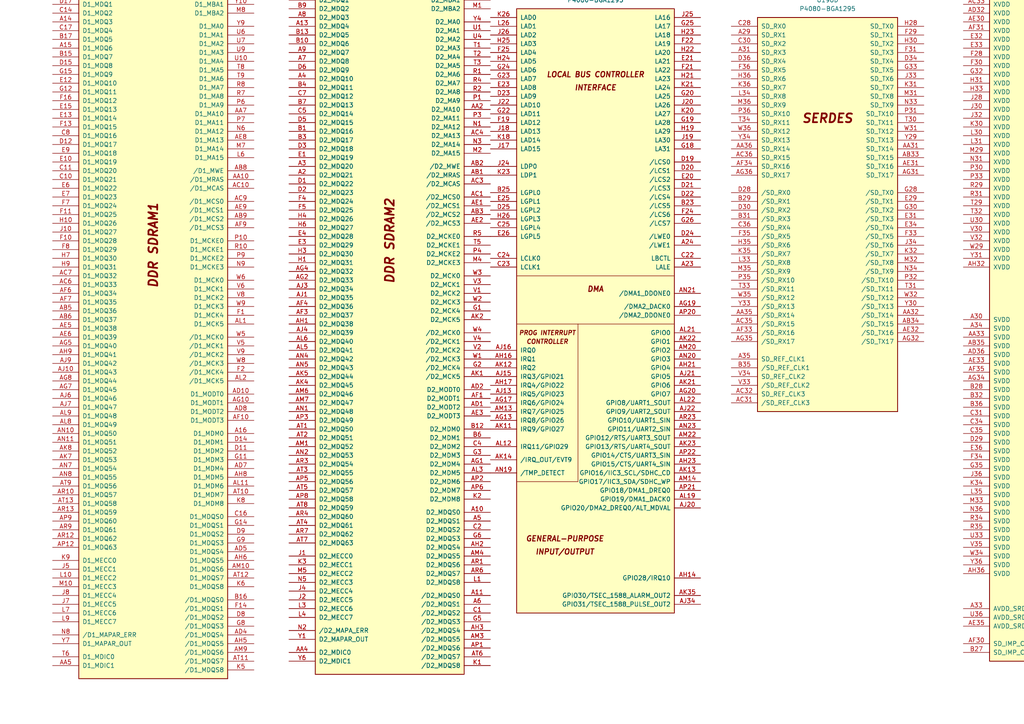
<source format=kicad_sch>
(kicad_sch (version 20250114) (generator "eeschema") (generator_version "9.0")
  (paper "A4")
  (lib_symbols
    (symbol "CPU:P4080-BGA1295" (pin_names (offset 1.016))
      (property "Reference" "U" (at 1.27 19.05 0))
      (property "Value" "P4080-BGA1295" (at 1.27 16.51 0))
      (symbol "P4080-BGA1295_1_1"
        (text "DDR SDRAM1" (at 1.27 26.67 900) (effects (font (size 2.54 2.54) (bold yes) (italic yes))))
        (pin bidirectional line (at -27.94 99.06 0) (length 7.62) (name "D1_MDQ0") (number "A17"))
        (pin bidirectional line (at -27.94 96.52 0) (length 7.62) (name "D1_MDQ1") (number "D17"))
        (pin bidirectional line (at -27.94 93.98 0) (length 7.62) (name "D1_MDQ2") (number "C14"))
        (pin bidirectional line (at -27.94 91.44 0) (length 7.62) (name "D1_MDQ3") (number "A14"))
        (pin bidirectional line (at -27.94 88.9 0) (length 7.62) (name "D1_MDQ4") (number "C17"))
        (pin bidirectional line (at -27.94 86.36 0) (length 7.62) (name "D1_MDQ5") (number "B17"))
        (pin bidirectional line (at -27.94 83.82 0) (length 7.62) (name "D1_MDQ6") (number "A15"))
        (pin bidirectional line (at -27.94 81.28 0) (length 7.62) (name "D1_MDQ7") (number "B15"))
        (pin bidirectional line (at -27.94 78.74 0) (length 7.62) (name "D1_MDQ8") (number "D15"))
        (pin bidirectional line (at -27.94 76.2 0) (length 7.62) (name "D1_MDQ9") (number "G15"))
        (pin bidirectional line (at -27.94 73.66 0) (length 7.62) (name "D1_MDQ10") (number "E12"))
        (pin bidirectional line (at -27.94 71.12 0) (length 7.62) (name "D1_MDQ11") (number "G12"))
        (pin bidirectional line (at -27.94 68.58 0) (length 7.62) (name "D1_MDQ12") (number "F16"))
        (pin bidirectional line (at -27.94 66.04 0) (length 7.62) (name "D1_MDQ13") (number "E15"))
        (pin bidirectional line (at -27.94 63.5 0) (length 7.62) (name "D1_MDQ14") (number "E13"))
        (pin bidirectional line (at -27.94 60.96 0) (length 7.62) (name "D1_MDQ15") (number "F13"))
        (pin bidirectional line (at -27.94 58.42 0) (length 7.62) (name "D1_MDQ16") (number "C8"))
        (pin bidirectional line (at -27.94 55.88 0) (length 7.62) (name "D1_MDQ17") (number "D12"))
        (pin bidirectional line (at -27.94 53.34 0) (length 7.62) (name "D1_MDQ18") (number "E9"))
        (pin bidirectional line (at -27.94 50.8 0) (length 7.62) (name "D1_MDQ19") (number "E10"))
        (pin bidirectional line (at -27.94 48.26 0) (length 7.62) (name "D1_MDQ20") (number "C11"))
        (pin bidirectional line (at -27.94 45.72 0) (length 7.62) (name "D1_MDQ21") (number "C10"))
        (pin bidirectional line (at -27.94 43.18 0) (length 7.62) (name "D1_MDQ22") (number "E6"))
        (pin bidirectional line (at -27.94 40.64 0) (length 7.62) (name "D1_MDQ23") (number "E7"))
        (pin bidirectional line (at -27.94 38.1 0) (length 7.62) (name "D1_MDQ24") (number "F7"))
        (pin bidirectional line (at -27.94 35.56 0) (length 7.62) (name "D1_MDQ25") (number "F11"))
        (pin bidirectional line (at -27.94 33.02 0) (length 7.62) (name "D1_MDQ26") (number "H10"))
        (pin bidirectional line (at -27.94 30.48 0) (length 7.62) (name "D1_MDQ27") (number "J10"))
        (pin bidirectional line (at -27.94 27.94 0) (length 7.62) (name "D1_MDQ28") (number "F10"))
        (pin bidirectional line (at -27.94 25.4 0) (length 7.62) (name "D1_MDQ29") (number "F8"))
        (pin bidirectional line (at -27.94 22.86 0) (length 7.62) (name "D1_MDQ30") (number "H7"))
        (pin bidirectional line (at -27.94 20.32 0) (length 7.62) (name "D1_MDQ31") (number "H9"))
        (pin bidirectional line (at -27.94 17.78 0) (length 7.62) (name "D1_MDQ32") (number "AC7"))
        (pin bidirectional line (at -27.94 15.24 0) (length 7.62) (name "D1_MDQ33") (number "AC6"))
        (pin bidirectional line (at -27.94 12.7 0) (length 7.62) (name "D1_MDQ34") (number "AF6"))
        (pin bidirectional line (at -27.94 10.16 0) (length 7.62) (name "D1_MDQ35") (number "AF7"))
        (pin bidirectional line (at -27.94 7.62 0) (length 7.62) (name "D1_MDQ36") (number "AB5"))
        (pin bidirectional line (at -27.94 5.08 0) (length 7.62) (name "D1_MDQ37") (number "AB6"))
        (pin bidirectional line (at -27.94 2.54 0) (length 7.62) (name "D1_MDQ38") (number "AE5"))
        (pin bidirectional line (at -27.94 0 0) (length 7.62) (name "D1_MDQ39") (number "AE6"))
        (pin bidirectional line (at -27.94 -2.54 0) (length 7.62) (name "D1_MDQ40") (number "AG5"))
        (pin bidirectional line (at -27.94 -5.08 0) (length 7.62) (name "D1_MDQ41") (number "AH9"))
        (pin bidirectional line (at -27.94 -7.62 0) (length 7.62) (name "D1_MDQ42") (number "AJ9"))
        (pin bidirectional line (at -27.94 -10.16 0) (length 7.62) (name "D1_MDQ43") (number "AJ10"))
        (pin bidirectional line (at -27.94 -12.7 0) (length 7.62) (name "D1_MDQ44") (number "AG8"))
        (pin bidirectional line (at -27.94 -15.24 0) (length 7.62) (name "D1_MDQ45") (number "AG7"))
        (pin bidirectional line (at -27.94 -17.78 0) (length 7.62) (name "D1_MDQ46") (number "AJ6"))
        (pin bidirectional line (at -27.94 -20.32 0) (length 7.62) (name "D1_MDQ47") (number "AJ7"))
        (pin bidirectional line (at -27.94 -22.86 0) (length 7.62) (name "D1_MDQ48") (number "AL9"))
        (pin bidirectional line (at -27.94 -25.4 0) (length 7.62) (name "D1_MDQ49") (number "AL8"))
        (pin bidirectional line (at -27.94 -27.94 0) (length 7.62) (name "D1_MDQ50") (number "AN10"))
        (pin bidirectional line (at -27.94 -30.48 0) (length 7.62) (name "D1_MDQ51") (number "AN11"))
        (pin bidirectional line (at -27.94 -33.02 0) (length 7.62) (name "D1_MDQ52") (number "AK8"))
        (pin bidirectional line (at -27.94 -35.56 0) (length 7.62) (name "D1_MDQ53") (number "AK7"))
        (pin bidirectional line (at -27.94 -38.1 0) (length 7.62) (name "D1_MDQ54") (number "AN7"))
        (pin bidirectional line (at -27.94 -40.64 0) (length 7.62) (name "D1_MDQ55") (number "AN8"))
        (pin bidirectional line (at -27.94 -43.18 0) (length 7.62) (name "D1_MDQ56") (number "AT9"))
        (pin bidirectional line (at -27.94 -45.72 0) (length 7.62) (name "D1_MDQ57") (number "AR10"))
        (pin bidirectional line (at -27.94 -48.26 0) (length 7.62) (name "D1_MDQ58") (number "AT13"))
        (pin bidirectional line (at -27.94 -50.8 0) (length 7.62) (name "D1_MDQ59") (number "AR13"))
        (pin bidirectional line (at -27.94 -53.34 0) (length 7.62) (name "D1_MDQ60") (number "AP9"))
        (pin bidirectional line (at -27.94 -55.88 0) (length 7.62) (name "D1_MDQ61") (number "AR9"))
        (pin bidirectional line (at -27.94 -58.42 0) (length 7.62) (name "D1_MDQ62") (number "AR12"))
        (pin bidirectional line (at -27.94 -60.96 0) (length 7.62) (name "D1_MDQ63") (number "AP12"))
        (pin bidirectional line (at -27.94 -64.77 0) (length 7.62) (name "D1_MECC0") (number "K9"))
        (pin bidirectional line (at -27.94 -67.31 0) (length 7.62) (name "D1_MECC1") (number "J5"))
        (pin bidirectional line (at -27.94 -69.85 0) (length 7.62) (name "D1_MECC2") (number "L10"))
        (pin bidirectional line (at -27.94 -72.39 0) (length 7.62) (name "D1_MECC3") (number "M10"))
        (pin bidirectional line (at -27.94 -74.93 0) (length 7.62) (name "D1_MECC4") (number "J8"))
        (pin bidirectional line (at -27.94 -77.47 0) (length 7.62) (name "D1_MECC5") (number "J7"))
        (pin bidirectional line (at -27.94 -80.01 0) (length 7.62) (name "D1_MECC6") (number "L7"))
        (pin bidirectional line (at -27.94 -82.55 0) (length 7.62) (name "D1_MECC7") (number "L9"))
        (pin input line (at -27.94 -86.36 0) (length 7.62) (name "/D1_MAPAR_ERR") (number "N8"))
        (pin output line (at -27.94 -88.9 0) (length 7.62) (name "D1_MAPAR_OUT") (number "Y7"))
        (pin bidirectional line (at -27.94 -92.71 0) (length 7.62) (name "D1_MDIC0") (number "T6"))
        (pin bidirectional line (at -27.94 -95.25 0) (length 7.62) (name "D1_MDIC1") (number "AA5"))
        (pin output line (at 30.48 99.06 180) (length 7.62) (name "D1_MBA0") (number "AA8"))
        (pin output line (at 30.48 96.52 180) (length 7.62) (name "D1_MBA1") (number "Y10"))
        (pin output line (at 30.48 93.98 180) (length 7.62) (name "D1_MBA2") (number "M8"))
        (pin output line (at 30.48 90.17 180) (length 7.62) (name "D1_MA0") (number "Y9"))
        (pin output line (at 30.48 87.63 180) (length 7.62) (name "D1_MA1") (number "U6"))
        (pin output line (at 30.48 85.09 180) (length 7.62) (name "D1_MA2") (number "U7"))
        (pin output line (at 30.48 82.55 180) (length 7.62) (name "D1_MA3") (number "U9"))
        (pin output line (at 30.48 80.01 180) (length 7.62) (name "D1_MA4") (number "U10"))
        (pin output line (at 30.48 77.47 180) (length 7.62) (name "D1_MA5") (number "T8"))
        (pin output line (at 30.48 74.93 180) (length 7.62) (name "D1_MA6") (number "T9"))
        (pin output line (at 30.48 72.39 180) (length 7.62) (name "D1_MA7") (number "R8"))
        (pin output line (at 30.48 69.85 180) (length 7.62) (name "D1_MA8") (number "R7"))
        (pin output line (at 30.48 67.31 180) (length 7.62) (name "D1_MA9") (number "P6"))
        (pin output line (at 30.48 64.77 180) (length 7.62) (name "D1_MA10") (number "AA7"))
        (pin output line (at 30.48 62.23 180) (length 7.62) (name "D1_MA11") (number "P7"))
        (pin output line (at 30.48 59.69 180) (length 7.62) (name "D1_MA12") (number "N6"))
        (pin output line (at 30.48 57.15 180) (length 7.62) (name "D1_MA13") (number "AE8"))
        (pin output line (at 30.48 54.61 180) (length 7.62) (name "D1_MA14") (number "M7"))
        (pin output line (at 30.48 52.07 180) (length 7.62) (name "D1_MA15") (number "L6"))
        (pin output line (at 30.48 48.26 180) (length 7.62) (name "/D1_MWE") (number "AB8"))
        (pin output line (at 30.48 45.72 180) (length 7.62) (name "/D1_MRAS") (number "AA10"))
        (pin output line (at 30.48 43.18 180) (length 7.62) (name "/D1_MCAS") (number "AC10"))
        (pin output line (at 30.48 39.37 180) (length 7.62) (name "/D1_MCS0") (number "AC9"))
        (pin output line (at 30.48 36.83 180) (length 7.62) (name "/D1_MCS1") (number "AE9"))
        (pin output line (at 30.48 34.29 180) (length 7.62) (name "/D1_MCS2") (number "AB9"))
        (pin output line (at 30.48 31.75 180) (length 7.62) (name "/D1_MCS3") (number "AF9"))
        (pin output line (at 30.48 27.94 180) (length 7.62) (name "D1_MCKE0") (number "P10"))
        (pin output line (at 30.48 25.4 180) (length 7.62) (name "D1_MCKE1") (number "R10"))
        (pin output line (at 30.48 22.86 180) (length 7.62) (name "D1_MCKE2") (number "P9"))
        (pin output line (at 30.48 20.32 180) (length 7.62) (name "D1_MCKE3") (number "N9"))
        (pin output line (at 30.48 16.51 180) (length 7.62) (name "D1_MCK0") (number "W6"))
        (pin output line (at 30.48 13.97 180) (length 7.62) (name "D1_MCK1") (number "V6"))
        (pin output line (at 30.48 11.43 180) (length 7.62) (name "D1_MCK2") (number "V8"))
        (pin output line (at 30.48 8.89 180) (length 7.62) (name "D1_MCK3") (number "W9"))
        (pin output line (at 30.48 6.35 180) (length 7.62) (name "D1_MCK4") (number "F1"))
        (pin output line (at 30.48 3.81 180) (length 7.62) (name "D1_MCK5") (number "AL1"))
        (pin output line (at 30.48 0 180) (length 7.62) (name "/D1_MCK0") (number "W5"))
        (pin output line (at 30.48 -2.54 180) (length 7.62) (name "/D1_MCK1") (number "V5"))
        (pin output line (at 30.48 -5.08 180) (length 7.62) (name "/D1_MCK2") (number "V9"))
        (pin output line (at 30.48 -7.62 180) (length 7.62) (name "/D1_MCK3") (number "W8"))
        (pin output line (at 30.48 -10.16 180) (length 7.62) (name "/D1_MCK4") (number "F2"))
        (pin output line (at 30.48 -12.7 180) (length 7.62) (name "/D1_MCK5") (number "AL2"))
        (pin output line (at 30.48 -16.51 180) (length 7.62) (name "D1_MODT0") (number "AD10"))
        (pin output line (at 30.48 -19.05 180) (length 7.62) (name "D1_MODT1") (number "AG10"))
        (pin output line (at 30.48 -21.59 180) (length 7.62) (name "D1_MODT2") (number "AD8"))
        (pin output line (at 30.48 -24.13 180) (length 7.62) (name "D1_MODT3") (number "AF10"))
        (pin output line (at 30.48 -27.94 180) (length 7.62) (name "D1_MDM0") (number "A16"))
        (pin output line (at 30.48 -30.48 180) (length 7.62) (name "D1_MDM1") (number "D14"))
        (pin output line (at 30.48 -33.02 180) (length 7.62) (name "D1_MDM2") (number "D11"))
        (pin output line (at 30.48 -35.56 180) (length 7.62) (name "D1_MDM3") (number "G11"))
        (pin output line (at 30.48 -38.1 180) (length 7.62) (name "D1_MDM4") (number "AD7"))
        (pin output line (at 30.48 -40.64 180) (length 7.62) (name "D1_MDM5") (number "AH8"))
        (pin output line (at 30.48 -43.18 180) (length 7.62) (name "D1_MDM6") (number "AL11"))
        (pin output line (at 30.48 -45.72 180) (length 7.62) (name "D1_MDM7") (number "AT10"))
        (pin output line (at 30.48 -48.26 180) (length 7.62) (name "D1_MDM8") (number "K8"))
        (pin bidirectional line (at 30.48 -52.07 180) (length 7.62) (name "D1_MDQS0") (number "C16"))
        (pin bidirectional line (at 30.48 -54.61 180) (length 7.62) (name "D1_MDQS1") (number "G14"))
        (pin bidirectional line (at 30.48 -57.15 180) (length 7.62) (name "D1_MDQS2") (number "D9"))
        (pin bidirectional line (at 30.48 -59.69 180) (length 7.62) (name "D1_MDQS3") (number "G9"))
        (pin bidirectional line (at 30.48 -62.23 180) (length 7.62) (name "D1_MDQS4") (number "AD5"))
        (pin bidirectional line (at 30.48 -64.77 180) (length 7.62) (name "D1_MDQS5") (number "AH6"))
        (pin bidirectional line (at 30.48 -67.31 180) (length 7.62) (name "D1_MDQS6") (number "AM10"))
        (pin bidirectional line (at 30.48 -69.85 180) (length 7.62) (name "D1_MDQS7") (number "AT12"))
        (pin bidirectional line (at 30.48 -72.39 180) (length 7.62) (name "D1_MDQS8") (number "K6"))
        (pin bidirectional line (at 30.48 -76.2 180) (length 7.62) (name "/D1_MDQS0") (number "B16"))
        (pin bidirectional line (at 30.48 -78.74 180) (length 7.62) (name "/D1_MDQS1") (number "F14"))
        (pin bidirectional line (at 30.48 -81.28 180) (length 7.62) (name "/D1_MDQS2") (number "D8"))
        (pin bidirectional line (at 30.48 -83.82 180) (length 7.62) (name "/D1_MDQS3") (number "G8"))
        (pin bidirectional line (at 30.48 -86.36 180) (length 7.62) (name "/D1_MDQS4") (number "AD4"))
        (pin bidirectional line (at 30.48 -88.9 180) (length 7.62) (name "/D1_MDQS5") (number "AH5"))
        (pin bidirectional line (at 30.48 -91.44 180) (length 7.62) (name "/D1_MDQS6") (number "AM9"))
        (pin bidirectional line (at 30.48 -93.98 180) (length 7.62) (name "/D1_MDQS7") (number "AT11"))
        (pin bidirectional line (at 30.48 -96.52 180) (length 7.62) (name "/D1_MDQS8") (number "K5"))
      )
      (symbol "P4080-BGA1295_2_1"
        (text "DDR SDRAM2" (at 1.27 26.67 900) (effects (font (size 2.54 2.54) (bold yes) (italic yes))))
        (pin bidirectional line (at -27.94 99.06 0) (length 7.62) (name "D2_MDQ0") (number "C13"))
        (pin bidirectional line (at -27.94 96.52 0) (length 7.62) (name "D2_MDQ1") (number "A12"))
        (pin bidirectional line (at -27.94 93.98 0) (length 7.62) (name "D2_MDQ2") (number "B9"))
        (pin bidirectional line (at -27.94 91.44 0) (length 7.62) (name "D2_MDQ3") (number "A8"))
        (pin bidirectional line (at -27.94 88.9 0) (length 7.62) (name "D2_MDQ4") (number "A13"))
        (pin bidirectional line (at -27.94 86.36 0) (length 7.62) (name "D2_MDQ5") (number "B13"))
        (pin bidirectional line (at -27.94 83.82 0) (length 7.62) (name "D2_MDQ6") (number "B10"))
        (pin bidirectional line (at -27.94 81.28 0) (length 7.62) (name "D2_MDQ7") (number "A9"))
        (pin bidirectional line (at -27.94 78.74 0) (length 7.62) (name "D2_MDQ8") (number "A7"))
        (pin bidirectional line (at -27.94 76.2 0) (length 7.62) (name "D2_MDQ9") (number "D6"))
        (pin bidirectional line (at -27.94 73.66 0) (length 7.62) (name "D2_MDQ10") (number "A4"))
        (pin bidirectional line (at -27.94 71.12 0) (length 7.62) (name "D2_MDQ11") (number "B4"))
        (pin bidirectional line (at -27.94 68.58 0) (length 7.62) (name "D2_MDQ12") (number "C7"))
        (pin bidirectional line (at -27.94 66.04 0) (length 7.62) (name "D2_MDQ13") (number "B7"))
        (pin bidirectional line (at -27.94 63.5 0) (length 7.62) (name "D2_MDQ14") (number "C5"))
        (pin bidirectional line (at -27.94 60.96 0) (length 7.62) (name "D2_MDQ15") (number "D5"))
        (pin bidirectional line (at -27.94 58.42 0) (length 7.62) (name "D2_MDQ16") (number "B1"))
        (pin bidirectional line (at -27.94 55.88 0) (length 7.62) (name "D2_MDQ17") (number "B3"))
        (pin bidirectional line (at -27.94 53.34 0) (length 7.62) (name "D2_MDQ18") (number "D3"))
        (pin bidirectional line (at -27.94 50.8 0) (length 7.62) (name "D2_MDQ19") (number "E1"))
        (pin bidirectional line (at -27.94 48.26 0) (length 7.62) (name "D2_MDQ20") (number "A3"))
        (pin bidirectional line (at -27.94 45.72 0) (length 7.62) (name "D2_MDQ21") (number "A2"))
        (pin bidirectional line (at -27.94 43.18 0) (length 7.62) (name "D2_MDQ22") (number "D1"))
        (pin bidirectional line (at -27.94 40.64 0) (length 7.62) (name "D2_MDQ23") (number "D2"))
        (pin bidirectional line (at -27.94 38.1 0) (length 7.62) (name "D2_MDQ24") (number "F4"))
        (pin bidirectional line (at -27.94 35.56 0) (length 7.62) (name "D2_MDQ25") (number "F5"))
        (pin bidirectional line (at -27.94 33.02 0) (length 7.62) (name "D2_MDQ26") (number "H4"))
        (pin bidirectional line (at -27.94 30.48 0) (length 7.62) (name "D2_MDQ27") (number "H6"))
        (pin bidirectional line (at -27.94 27.94 0) (length 7.62) (name "D2_MDQ28") (number "E4"))
        (pin bidirectional line (at -27.94 25.4 0) (length 7.62) (name "D2_MDQ29") (number "E3"))
        (pin bidirectional line (at -27.94 22.86 0) (length 7.62) (name "D2_MDQ30") (number "H3"))
        (pin bidirectional line (at -27.94 20.32 0) (length 7.62) (name "D2_MDQ31") (number "H1"))
        (pin bidirectional line (at -27.94 17.78 0) (length 7.62) (name "D2_MDQ32") (number "AG4"))
        (pin bidirectional line (at -27.94 15.24 0) (length 7.62) (name "D2_MDQ33") (number "AG2"))
        (pin bidirectional line (at -27.94 12.7 0) (length 7.62) (name "D2_MDQ34") (number "AJ3"))
        (pin bidirectional line (at -27.94 10.16 0) (length 7.62) (name "D2_MDQ35") (number "AJ1"))
        (pin bidirectional line (at -27.94 7.62 0) (length 7.62) (name "D2_MDQ36") (number "AF4"))
        (pin bidirectional line (at -27.94 5.08 0) (length 7.62) (name "D2_MDQ37") (number "AF3"))
        (pin bidirectional line (at -27.94 2.54 0) (length 7.62) (name "D2_MDQ38") (number "AH1"))
        (pin bidirectional line (at -27.94 0 0) (length 7.62) (name "D2_MDQ39") (number "AJ4"))
        (pin bidirectional line (at -27.94 -2.54 0) (length 7.62) (name "D2_MDQ40") (number "AL6"))
        (pin bidirectional line (at -27.94 -5.08 0) (length 7.62) (name "D2_MDQ41") (number "AL5"))
        (pin bidirectional line (at -27.94 -7.62 0) (length 7.62) (name "D2_MDQ42") (number "AN4"))
        (pin bidirectional line (at -27.94 -10.16 0) (length 7.62) (name "D2_MDQ43") (number "AN5"))
        (pin bidirectional line (at -27.94 -12.7 0) (length 7.62) (name "D2_MDQ44") (number "AK5"))
        (pin bidirectional line (at -27.94 -15.24 0) (length 7.62) (name "D2_MDQ45") (number "AK4"))
        (pin bidirectional line (at -27.94 -17.78 0) (length 7.62) (name "D2_MDQ46") (number "AM6"))
        (pin bidirectional line (at -27.94 -20.32 0) (length 7.62) (name "D2_MDQ47") (number "AM7"))
        (pin bidirectional line (at -27.94 -22.86 0) (length 7.62) (name "D2_MDQ48") (number "AN1"))
        (pin bidirectional line (at -27.94 -25.4 0) (length 7.62) (name "D2_MDQ49") (number "AP3"))
        (pin bidirectional line (at -27.94 -27.94 0) (length 7.62) (name "D2_MDQ50") (number "AT1"))
        (pin bidirectional line (at -27.94 -30.48 0) (length 7.62) (name "D2_MDQ51") (number "AT2"))
        (pin bidirectional line (at -27.94 -33.02 0) (length 7.62) (name "D2_MDQ52") (number "AM1"))
        (pin bidirectional line (at -27.94 -35.56 0) (length 7.62) (name "D2_MDQ53") (number "AN2"))
        (pin bidirectional line (at -27.94 -38.1 0) (length 7.62) (name "D2_MDQ54") (number "AR3"))
        (pin bidirectional line (at -27.94 -40.64 0) (length 7.62) (name "D2_MDQ55") (number "AT3"))
        (pin bidirectional line (at -27.94 -43.18 0) (length 7.62) (name "D2_MDQ56") (number "AP5"))
        (pin bidirectional line (at -27.94 -45.72 0) (length 7.62) (name "D2_MDQ57") (number "AT5"))
        (pin bidirectional line (at -27.94 -48.26 0) (length 7.62) (name "D2_MDQ58") (number "AP8"))
        (pin bidirectional line (at -27.94 -50.8 0) (length 7.62) (name "D2_MDQ59") (number "AT8"))
        (pin bidirectional line (at -27.94 -53.34 0) (length 7.62) (name "D2_MDQ60") (number "AR4"))
        (pin bidirectional line (at -27.94 -55.88 0) (length 7.62) (name "D2_MDQ61") (number "AT4"))
        (pin bidirectional line (at -27.94 -58.42 0) (length 7.62) (name "D2_MDQ62") (number "AR7"))
        (pin bidirectional line (at -27.94 -60.96 0) (length 7.62) (name "D2_MDQ63") (number "AT7"))
        (pin bidirectional line (at -27.94 -64.77 0) (length 7.62) (name "D2_MECC0") (number "J1"))
        (pin bidirectional line (at -27.94 -67.31 0) (length 7.62) (name "D2_MECC1") (number "K3"))
        (pin bidirectional line (at -27.94 -69.85 0) (length 7.62) (name "D2_MECC2") (number "M5"))
        (pin bidirectional line (at -27.94 -72.39 0) (length 7.62) (name "D2_MECC3") (number "N5"))
        (pin bidirectional line (at -27.94 -74.93 0) (length 7.62) (name "D2_MECC4") (number "J4"))
        (pin bidirectional line (at -27.94 -77.47 0) (length 7.62) (name "D2_MECC5") (number "J2"))
        (pin bidirectional line (at -27.94 -80.01 0) (length 7.62) (name "D2_MECC6") (number "L3"))
        (pin bidirectional line (at -27.94 -82.55 0) (length 7.62) (name "D2_MECC7") (number "L4"))
        (pin input line (at -27.94 -86.36 0) (length 7.62) (name "/D2_MAPA_ERR") (number "N2"))
        (pin output line (at -27.94 -88.9 0) (length 7.62) (name "D2_MAPAR_OUT") (number "Y1"))
        (pin bidirectional line (at -27.94 -92.71 0) (length 7.62) (name "D2_MDIC0") (number "AA4"))
        (pin bidirectional line (at -27.94 -95.25 0) (length 7.62) (name "D2_MDIC1") (number "Y6"))
        (pin output line (at 30.48 99.06 180) (length 7.62) (name "D2_MBA0") (number "AA3"))
        (pin output line (at 30.48 96.52 180) (length 7.62) (name "D2_MBA1") (number "AA1"))
        (pin output line (at 30.48 93.98 180) (length 7.62) (name "D2_MBA2") (number "M1"))
        (pin output line (at 30.48 90.17 180) (length 7.62) (name "D2_MA0") (number "Y4"))
        (pin output line (at 30.48 87.63 180) (length 7.62) (name "D2_MA1") (number "U1"))
        (pin output line (at 30.48 85.09 180) (length 7.62) (name "D2_MA2") (number "U4"))
        (pin output line (at 30.48 82.55 180) (length 7.62) (name "D2_MA3") (number "T1"))
        (pin output line (at 30.48 80.01 180) (length 7.62) (name "D2_MA4") (number "T2"))
        (pin output line (at 30.48 77.47 180) (length 7.62) (name "D2_MA5") (number "T3"))
        (pin output line (at 30.48 74.93 180) (length 7.62) (name "D2_MA6") (number "R1"))
        (pin output line (at 30.48 72.39 180) (length 7.62) (name "D2_MA7") (number "R4"))
        (pin output line (at 30.48 69.85 180) (length 7.62) (name "D2_MA8") (number "R2"))
        (pin output line (at 30.48 67.31 180) (length 7.62) (name "D2_MA9") (number "P1"))
        (pin output line (at 30.48 64.77 180) (length 7.62) (name "D2_MA10") (number "AA2"))
        (pin output line (at 30.48 62.23 180) (length 7.62) (name "D2_MA11") (number "P3"))
        (pin output line (at 30.48 59.69 180) (length 7.62) (name "D2_MA12") (number "N1"))
        (pin output line (at 30.48 57.15 180) (length 7.62) (name "D2_MA13") (number "AC4"))
        (pin output line (at 30.48 54.61 180) (length 7.62) (name "D2_MA14") (number "N3"))
        (pin output line (at 30.48 52.07 180) (length 7.62) (name "D2_MA15") (number "M2"))
        (pin output line (at 30.48 48.26 180) (length 7.62) (name "/D2_MWE") (number "AB2"))
        (pin output line (at 30.48 45.72 180) (length 7.62) (name "/D2_MRAS") (number "AB1"))
        (pin output line (at 30.48 43.18 180) (length 7.62) (name "/D2_MCAS") (number "AC3"))
        (pin output line (at 30.48 39.37 180) (length 7.62) (name "/D2_MCS0") (number "AC1"))
        (pin output line (at 30.48 36.83 180) (length 7.62) (name "/D2_MCS1") (number "AE1"))
        (pin output line (at 30.48 34.29 180) (length 7.62) (name "/D2_MCS2") (number "AB3"))
        (pin output line (at 30.48 31.75 180) (length 7.62) (name "/D2_MCS3") (number "AE2"))
        (pin output line (at 30.48 27.94 180) (length 7.62) (name "D2_MCKE0") (number "R5"))
        (pin output line (at 30.48 25.4 180) (length 7.62) (name "D2_MCKE1") (number "T5"))
        (pin output line (at 30.48 22.86 180) (length 7.62) (name "D2_MCKE2") (number "P4"))
        (pin output line (at 30.48 20.32 180) (length 7.62) (name "D2_MCKE3") (number "M4"))
        (pin output line (at 30.48 16.51 180) (length 7.62) (name "D2_MCK0") (number "W3"))
        (pin output line (at 30.48 13.97 180) (length 7.62) (name "D2_MCK1") (number "V3"))
        (pin output line (at 30.48 11.43 180) (length 7.62) (name "D2_MCK2") (number "V1"))
        (pin output line (at 30.48 8.89 180) (length 7.62) (name "D2_MCK3") (number "W2"))
        (pin output line (at 30.48 6.35 180) (length 7.62) (name "D2_MCK4") (number "G1"))
        (pin output line (at 30.48 3.81 180) (length 7.62) (name "D2_MCK5") (number "AK2"))
        (pin output line (at 30.48 0 180) (length 7.62) (name "/D2_MCK0") (number "W4"))
        (pin output line (at 30.48 -2.54 180) (length 7.62) (name "/D2_MCK1") (number "V4"))
        (pin output line (at 30.48 -5.08 180) (length 7.62) (name "/D2_MCK2") (number "V2"))
        (pin output line (at 30.48 -7.62 180) (length 7.62) (name "/D2_MCK3") (number "W1"))
        (pin output line (at 30.48 -10.16 180) (length 7.62) (name "/D2_MCK4") (number "G2"))
        (pin output line (at 30.48 -12.7 180) (length 7.62) (name "/D2_MCK5") (number "AK1"))
        (pin output line (at 30.48 -16.51 180) (length 7.62) (name "D2_MODT0") (number "AD2"))
        (pin output line (at 30.48 -19.05 180) (length 7.62) (name "D2_MODT1") (number "AF1"))
        (pin output line (at 30.48 -21.59 180) (length 7.62) (name "D2_MODT2") (number "AD1"))
        (pin output line (at 30.48 -24.13 180) (length 7.62) (name "D2_MODT3") (number "AE3"))
        (pin output line (at 30.48 -27.94 180) (length 7.62) (name "D2_MDM0") (number "B12"))
        (pin output line (at 30.48 -30.48 180) (length 7.62) (name "D2_MDM1") (number "B6"))
        (pin output line (at 30.48 -33.02 180) (length 7.62) (name "D2_MDM2") (number "C4"))
        (pin output line (at 30.48 -35.56 180) (length 7.62) (name "D2_MDM3") (number "G3"))
        (pin output line (at 30.48 -38.1 180) (length 7.62) (name "D2_MDM4") (number "AG1"))
        (pin output line (at 30.48 -40.64 180) (length 7.62) (name "D2_MDM5") (number "AL3"))
        (pin output line (at 30.48 -43.18 180) (length 7.62) (name "D2_MDM6") (number "AP2"))
        (pin output line (at 30.48 -45.72 180) (length 7.62) (name "D2_MDM7") (number "AP6"))
        (pin output line (at 30.48 -48.26 180) (length 7.62) (name "D2_MDM8") (number "K2"))
        (pin bidirectional line (at 30.48 -52.07 180) (length 7.62) (name "D2_MDQS0") (number "A10"))
        (pin bidirectional line (at 30.48 -54.61 180) (length 7.62) (name "D2_MDQS1") (number "A5"))
        (pin bidirectional line (at 30.48 -57.15 180) (length 7.62) (name "D2_MDQS2") (number "C2"))
        (pin bidirectional line (at 30.48 -59.69 180) (length 7.62) (name "D2_MDQS3") (number "G6"))
        (pin bidirectional line (at 30.48 -62.23 180) (length 7.62) (name "D2_MDQS4") (number "AH2"))
        (pin bidirectional line (at 30.48 -64.77 180) (length 7.62) (name "D2_MDQS5") (number "AM4"))
        (pin bidirectional line (at 30.48 -67.31 180) (length 7.62) (name "D2_MDQS6") (number "AR1"))
        (pin bidirectional line (at 30.48 -69.85 180) (length 7.62) (name "D2_MDQS7") (number "AR6"))
        (pin bidirectional line (at 30.48 -72.39 180) (length 7.62) (name "D2_MDQS8") (number "L1"))
        (pin bidirectional line (at 30.48 -76.2 180) (length 7.62) (name "/D2_MDQS0") (number "A11"))
        (pin bidirectional line (at 30.48 -78.74 180) (length 7.62) (name "/D2_MDQS1") (number "A6"))
        (pin bidirectional line (at 30.48 -81.28 180) (length 7.62) (name "/D2_MDQS2") (number "C1"))
        (pin bidirectional line (at 30.48 -83.82 180) (length 7.62) (name "/D2_MDQS3") (number "G5"))
        (pin bidirectional line (at 30.48 -86.36 180) (length 7.62) (name "/D2_MDQS4") (number "AH3"))
        (pin bidirectional line (at 30.48 -88.9 180) (length 7.62) (name "/D2_MDQS5") (number "AM3"))
        (pin bidirectional line (at 30.48 -91.44 180) (length 7.62) (name "/D2_MDQS6") (number "AP1"))
        (pin bidirectional line (at 30.48 -93.98 180) (length 7.62) (name "/D2_MDQS7") (number "AT6"))
        (pin bidirectional line (at 30.48 -96.52 180) (length 7.62) (name "/D2_MDQS8") (number "K1"))
      )
      (symbol "P4080-BGA1295_3_1"
        (text "PROG INTERRUPT" (at -13.97 -5.08 0) (effects (font (size 1.27 1.27) (bold yes) (italic yes))))
        (text "CONTROLLER" (at -13.97 -7.62 0) (effects (font (size 1.27 1.27) (bold yes) (italic yes))))
        (text "GENERAL-PURPOSE" (at -8.89 -64.77 0) (effects (font (size 1.524 1.524) (bold yes) (italic yes))))
        (text "INPUT/OUTPUT" (at -8.89 -68.58 0) (effects (font (size 1.524 1.524) (bold yes) (italic yes))))
        (text "LOCAL BUS CONTROLLER" (at 0 69.85 0) (effects (font (size 1.524 1.524) (bold yes) (italic yes))))
        (text "INTERFACE" (at 0 66.04 0) (effects (font (size 1.524 1.524) (bold yes) (italic yes))))
        (text "DMA" (at 0 7.62 0) (effects (font (size 1.524 1.524) (bold yes) (italic yes))))
        (pin bidirectional line (at -30.48 86.36 0) (length 7.62) (name "LAD0") (number "K26"))
        (pin bidirectional line (at -30.48 83.82 0) (length 7.62) (name "LAD1") (number "L26"))
        (pin bidirectional line (at -30.48 81.28 0) (length 7.62) (name "LAD2") (number "J26"))
        (pin bidirectional line (at -30.48 78.74 0) (length 7.62) (name "LAD3") (number "H25"))
        (pin bidirectional line (at -30.48 76.2 0) (length 7.62) (name "LAD4") (number "F25"))
        (pin bidirectional line (at -30.48 73.66 0) (length 7.62) (name "LAD5") (number "H24"))
        (pin bidirectional line (at -30.48 71.12 0) (length 7.62) (name "LAD6") (number "G24"))
        (pin bidirectional line (at -30.48 68.58 0) (length 7.62) (name "LAD7") (number "G23"))
        (pin bidirectional line (at -30.48 66.04 0) (length 7.62) (name "LAD8") (number "E23"))
        (pin bidirectional line (at -30.48 63.5 0) (length 7.62) (name "LAD9") (number "D23"))
        (pin bidirectional line (at -30.48 60.96 0) (length 7.62) (name "LAD10") (number "J22"))
        (pin bidirectional line (at -30.48 58.42 0) (length 7.62) (name "LAD11") (number "G22"))
        (pin bidirectional line (at -30.48 55.88 0) (length 7.62) (name "LAD12") (number "F19"))
        (pin bidirectional line (at -30.48 53.34 0) (length 7.62) (name "LAD13") (number "J18"))
        (pin bidirectional line (at -30.48 50.8 0) (length 7.62) (name "LAD14") (number "K18"))
        (pin bidirectional line (at -30.48 48.26 0) (length 7.62) (name "LAD15") (number "J17"))
        (pin bidirectional line (at -30.48 43.18 0) (length 7.62) (name "LDP0") (number "J24"))
        (pin bidirectional line (at -30.48 40.64 0) (length 7.62) (name "LDP1") (number "K23"))
        (pin output line (at -30.48 35.56 0) (length 7.62) (name "LGPL0") (number "B25"))
        (pin output line (at -30.48 33.02 0) (length 7.62) (name "LGPL1") (number "E25"))
        (pin output line (at -30.48 30.48 0) (length 7.62) (name "LGPL2") (number "D25"))
        (pin output line (at -30.48 27.94 0) (length 7.62) (name "LGPL3") (number "H26"))
        (pin bidirectional line (at -30.48 25.4 0) (length 7.62) (name "LGPL4") (number "C25"))
        (pin output line (at -30.48 22.86 0) (length 7.62) (name "LGPL5") (number "E26"))
        (pin output line (at -30.48 16.51 0) (length 7.62) (name "LCLK0") (number "C24"))
        (pin output line (at -30.48 13.97 0) (length 7.62) (name "LCLK1") (number "C23"))
        (pin input line (at -30.48 -10.16 0) (length 7.62) (name "IRQ0") (number "AJ16"))
        (pin input line (at -30.48 -12.7 0) (length 7.62) (name "IRQ1") (number "AH16"))
        (pin input line (at -30.48 -15.24 0) (length 7.62) (name "IRQ2") (number "AK12"))
        (pin input line (at -30.48 -17.78 0) (length 7.62) (name "IRQ3/GPIO21") (number "AJ15"))
        (pin input line (at -30.48 -20.32 0) (length 7.62) (name "IRQ4/GPIO22") (number "AH17"))
        (pin input line (at -30.48 -22.86 0) (length 7.62) (name "IRQ5/GPIO23") (number "AJ13"))
        (pin input line (at -30.48 -25.4 0) (length 7.62) (name "IRQ6/GPIO24") (number "AG17"))
        (pin input line (at -30.48 -27.94 0) (length 7.62) (name "IRQ7/GPIO25") (number "AM13"))
        (pin input line (at -30.48 -30.48 0) (length 7.62) (name "IRQ8/GPIO26") (number "AG13"))
        (pin input line (at -30.48 -33.02 0) (length 7.62) (name "IRQ9/GPIO27") (number "AK11"))
        (pin input line (at -30.48 -38.1 0) (length 7.62) (name "IRQ11/GPIO29") (number "AL12"))
        (pin output line (at -30.48 -41.91 0) (length 7.62) (name "/IRQ_OUT/EVT9") (number "AK14"))
        (pin input line (at -30.48 -45.72 0) (length 7.62) (name "/TMP_DETECT") (number "AN19"))
        (pin output line (at 30.48 86.36 180) (length 7.62) (name "LA16") (number "J25"))
        (pin output line (at 30.48 83.82 180) (length 7.62) (name "LA17") (number "G25"))
        (pin output line (at 30.48 81.28 180) (length 7.62) (name "LA18") (number "H23"))
        (pin output line (at 30.48 78.74 180) (length 7.62) (name "LA19") (number "F22"))
        (pin output line (at 30.48 76.2 180) (length 7.62) (name "LA20") (number "H22"))
        (pin output line (at 30.48 73.66 180) (length 7.62) (name "LA21") (number "E21"))
        (pin output line (at 30.48 71.12 180) (length 7.62) (name "LA22") (number "F21"))
        (pin output line (at 30.48 68.58 180) (length 7.62) (name "LA23") (number "H21"))
        (pin output line (at 30.48 66.04 180) (length 7.62) (name "LA24") (number "K21"))
        (pin output line (at 30.48 63.5 180) (length 7.62) (name "LA25") (number "G20"))
        (pin output line (at 30.48 60.96 180) (length 7.62) (name "LA26") (number "J20"))
        (pin output line (at 30.48 58.42 180) (length 7.62) (name "LA27") (number "K20"))
        (pin output line (at 30.48 55.88 180) (length 7.62) (name "LA28") (number "G19"))
        (pin output line (at 30.48 53.34 180) (length 7.62) (name "LA29") (number "H19"))
        (pin output line (at 30.48 50.8 180) (length 7.62) (name "LA30") (number "J19"))
        (pin output line (at 30.48 48.26 180) (length 7.62) (name "LA31") (number "G18"))
        (pin output line (at 30.48 44.45 180) (length 7.62) (name "/LCS0") (number "D19"))
        (pin output line (at 30.48 41.91 180) (length 7.62) (name "/LCS1") (number "D20"))
        (pin output line (at 30.48 39.37 180) (length 7.62) (name "/LCS2") (number "E20"))
        (pin output line (at 30.48 36.83 180) (length 7.62) (name "/LCS3") (number "D21"))
        (pin output line (at 30.48 34.29 180) (length 7.62) (name "/LCS4") (number "D22"))
        (pin output line (at 30.48 31.75 180) (length 7.62) (name "/LCS5") (number "B23"))
        (pin output line (at 30.48 29.21 180) (length 7.62) (name "/LCS6") (number "F24"))
        (pin output line (at 30.48 26.67 180) (length 7.62) (name "/LCS7") (number "G26"))
        (pin output line (at 30.48 22.86 180) (length 7.62) (name "/LWE0") (number "D24"))
        (pin output line (at 30.48 20.32 180) (length 7.62) (name "/LWE1") (number "A24"))
        (pin output line (at 30.48 16.51 180) (length 7.62) (name "LBCTL") (number "C22"))
        (pin bidirectional line (at 30.48 13.97 180) (length 7.62) (name "LALE") (number "A23"))
        (pin output line (at 30.48 6.35 180) (length 7.62) (name "/DMA1_DDONE0") (number "AN21"))
        (pin output line (at 30.48 2.54 180) (length 7.62) (name "/DMA2_DACK0") (number "AG19"))
        (pin output line (at 30.48 0 180) (length 7.62) (name "/DMA2_DDONE0") (number "AP20"))
        (pin bidirectional line (at 30.48 -5.08 180) (length 7.62) (name "GPIO0") (number "AL21"))
        (pin bidirectional line (at 30.48 -7.62 180) (length 7.62) (name "GPIO1") (number "AK22"))
        (pin bidirectional line (at 30.48 -10.16 180) (length 7.62) (name "GPIO2") (number "AM20"))
        (pin bidirectional line (at 30.48 -12.7 180) (length 7.62) (name "GPIO3") (number "AN20"))
        (pin bidirectional line (at 30.48 -15.24 180) (length 7.62) (name "GPIO4") (number "AH21"))
        (pin bidirectional line (at 30.48 -17.78 180) (length 7.62) (name "GPIO5") (number "AJ21"))
        (pin bidirectional line (at 30.48 -20.32 180) (length 7.62) (name "GPIO6") (number "AK21"))
        (pin bidirectional line (at 30.48 -22.86 180) (length 7.62) (name "GPIO7") (number "AG20"))
        (pin bidirectional line (at 30.48 -25.4 180) (length 7.62) (name "GPIO8/UART1_SOUT") (number "AL22"))
        (pin bidirectional line (at 30.48 -27.94 180) (length 7.62) (name "GPIO9/UART2_SOUT") (number "AJ22"))
        (pin bidirectional line (at 30.48 -30.48 180) (length 7.62) (name "GPIO10/UART1_SIN") (number "AR23"))
        (pin bidirectional line (at 30.48 -33.02 180) (length 7.62) (name "GPIO11/UART2_SIN") (number "AN23"))
        (pin bidirectional line (at 30.48 -35.56 180) (length 7.62) (name "GPIO12/RTS/UART3_SOUT") (number "AM22"))
        (pin bidirectional line (at 30.48 -38.1 180) (length 7.62) (name "GPIO13/RTS/UART4_SOUT") (number "AK23"))
        (pin bidirectional line (at 30.48 -40.64 180) (length 7.62) (name "GPIO14/CTS/UART3_SIN") (number "AP22"))
        (pin bidirectional line (at 30.48 -43.18 180) (length 7.62) (name "GPIO15/CTS/UART4_SIN") (number "AH23"))
        (pin bidirectional line (at 30.48 -45.72 180) (length 7.62) (name "GPIO16/IIC3_SCL/SDHC_CD") (number "AK13"))
        (pin bidirectional line (at 30.48 -48.26 180) (length 7.62) (name "GPIO17/IIC3_SDA/SDHC_WP") (number "AM14"))
        (pin bidirectional line (at 30.48 -50.8 180) (length 7.62) (name "GPIO18/DMA1_DREQ0") (number "AP21"))
        (pin bidirectional line (at 30.48 -53.34 180) (length 7.62) (name "GPIO19/DMA1_DACK0") (number "AL19"))
        (pin bidirectional line (at 30.48 -55.88 180) (length 7.62) (name "GPIO20/DMA2_DREQ0/ALT_MDVAL") (number "AJ20"))
        (pin bidirectional line (at 30.48 -76.2 180) (length 7.62) (name "GPIO28/IRQ10") (number "AH14"))
        (pin bidirectional line (at 30.48 -81.28 180) (length 7.62) (name "GPIO30/TSEC_1588_ALARM_OUT2") (number "AK35"))
        (pin bidirectional line (at 30.48 -83.82 180) (length 7.62) (name "GPIO31/TSEC_1588_PULSE_OUT2") (number "AJ34"))
      )
      (symbol "P4080-BGA1295_4_1"
        (text "SERDES" (at 0 29.21 0) (effects (font (size 2.54 2.54) (bold yes) (italic yes))))
        (pin input line (at -27.94 55.88 0) (length 7.62) (name "SD_RX0") (number "C28"))
        (pin input line (at -27.94 53.34 0) (length 7.62) (name "SD_RX1") (number "A29"))
        (pin input line (at -27.94 50.8 0) (length 7.62) (name "SD_RX2") (number "C30"))
        (pin input line (at -27.94 48.26 0) (length 7.62) (name "SD_RX3") (number "A31"))
        (pin input line (at -27.94 45.72 0) (length 7.62) (name "SD_RX4") (number "D36"))
        (pin input line (at -27.94 43.18 0) (length 7.62) (name "SD_RX5") (number "F36"))
        (pin input line (at -27.94 40.64 0) (length 7.62) (name "SD_RX6") (number "H36"))
        (pin input line (at -27.94 38.1 0) (length 7.62) (name "SD_RX7") (number "K36"))
        (pin input line (at -27.94 35.56 0) (length 7.62) (name "SD_RX8") (number "L34"))
        (pin input line (at -27.94 33.02 0) (length 7.62) (name "SD_RX9") (number "M36"))
        (pin input line (at -27.94 30.48 0) (length 7.62) (name "SD_RX10") (number "P36"))
        (pin input line (at -27.94 27.94 0) (length 7.62) (name "SD_RX11") (number "T34"))
        (pin input line (at -27.94 25.4 0) (length 7.62) (name "SD_RX12") (number "W36"))
        (pin input line (at -27.94 22.86 0) (length 7.62) (name "SD_RX13") (number "Y34"))
        (pin input line (at -27.94 20.32 0) (length 7.62) (name "SD_RX14") (number "AA36"))
        (pin input line (at -27.94 17.78 0) (length 7.62) (name "SD_RX15") (number "AC36"))
        (pin input line (at -27.94 15.24 0) (length 7.62) (name "SD_RX16") (number "AF34"))
        (pin input line (at -27.94 12.7 0) (length 7.62) (name "SD_RX17") (number "AG36"))
        (pin input line (at -27.94 7.62 0) (length 7.62) (name "/SD_RX0") (number "D28"))
        (pin input line (at -27.94 5.08 0) (length 7.62) (name "/SD_RX1") (number "B29"))
        (pin input line (at -27.94 2.54 0) (length 7.62) (name "/SD_RX2") (number "D30"))
        (pin input line (at -27.94 0 0) (length 7.62) (name "/SD_RX3") (number "B31"))
        (pin input line (at -27.94 -2.54 0) (length 7.62) (name "/SD_RX4") (number "C36"))
        (pin input line (at -27.94 -5.08 0) (length 7.62) (name "/SD_RX5") (number "F35"))
        (pin input line (at -27.94 -7.62 0) (length 7.62) (name "/SD_RX6") (number "H35"))
        (pin input line (at -27.94 -10.16 0) (length 7.62) (name "/SD_RX7") (number "K35"))
        (pin input line (at -27.94 -12.7 0) (length 7.62) (name "/SD_RX8") (number "L33"))
        (pin input line (at -27.94 -15.24 0) (length 7.62) (name "/SD_RX9") (number "M35"))
        (pin input line (at -27.94 -17.78 0) (length 7.62) (name "/SD_RX10") (number "P35"))
        (pin input line (at -27.94 -20.32 0) (length 7.62) (name "/SD_RX11") (number "T33"))
        (pin input line (at -27.94 -22.86 0) (length 7.62) (name "/SD_RX12") (number "W35"))
        (pin input line (at -27.94 -25.4 0) (length 7.62) (name "/SD_RX13") (number "Y33"))
        (pin input line (at -27.94 -27.94 0) (length 7.62) (name "/SD_RX14") (number "AA35"))
        (pin input line (at -27.94 -30.48 0) (length 7.62) (name "/SD_RX15") (number "AC35"))
        (pin input line (at -27.94 -33.02 0) (length 7.62) (name "/SD_RX16") (number "AF33"))
        (pin input line (at -27.94 -35.56 0) (length 7.62) (name "/SD_RX17") (number "AG35"))
        (pin input line (at -27.94 -40.64 0) (length 7.62) (name "SD_REF_CLK1") (number "A35"))
        (pin input line (at -27.94 -43.18 0) (length 7.62) (name "/SD_REF_CLK1") (number "B35"))
        (pin input line (at -27.94 -45.72 0) (length 7.62) (name "SD_REF_CLK2") (number "V34"))
        (pin input line (at -27.94 -48.26 0) (length 7.62) (name "/SD_REF_CLK2") (number "V33"))
        (pin input line (at -27.94 -50.8 0) (length 7.62) (name "SD_REF_CLK3") (number "AC32"))
        (pin input line (at -27.94 -53.34 0) (length 7.62) (name "/SD_REF_CLK3") (number "AC31"))
        (pin output line (at 27.94 55.88 180) (length 7.62) (name "SD_TX0") (number "H28"))
        (pin output line (at 27.94 53.34 180) (length 7.62) (name "SD_TX1") (number "F29"))
        (pin output line (at 27.94 50.8 180) (length 7.62) (name "SD_TX2") (number "H30"))
        (pin output line (at 27.94 48.26 180) (length 7.62) (name "SD_TX3") (number "F31"))
        (pin output line (at 27.94 45.72 180) (length 7.62) (name "SD_TX4") (number "D34"))
        (pin output line (at 27.94 43.18 180) (length 7.62) (name "SD_TX5") (number "G33"))
        (pin output line (at 27.94 40.64 180) (length 7.62) (name "SD_TX6") (number "J33"))
        (pin output line (at 27.94 38.1 180) (length 7.62) (name "SD_TX7") (number "K31"))
        (pin output line (at 27.94 35.56 180) (length 7.62) (name "SD_TX8") (number "M31"))
        (pin output line (at 27.94 33.02 180) (length 7.62) (name "SD_TX9") (number "N33"))
        (pin output line (at 27.94 30.48 180) (length 7.62) (name "SD_TX10") (number "P31"))
        (pin output line (at 27.94 27.94 180) (length 7.62) (name "SD_TX11") (number "T30"))
        (pin output line (at 27.94 25.4 180) (length 7.62) (name "SD_TX12") (number "W31"))
        (pin output line (at 27.94 22.86 180) (length 7.62) (name "SD_TX13") (number "Y29"))
        (pin output line (at 27.94 20.32 180) (length 7.62) (name "SD_TX14") (number "AA31"))
        (pin output line (at 27.94 17.78 180) (length 7.62) (name "SD_TX15") (number "AB33"))
        (pin output line (at 27.94 15.24 180) (length 7.62) (name "SD_TX16") (number "AE31"))
        (pin output line (at 27.94 12.7 180) (length 7.62) (name "SD_TX17") (number "AG31"))
        (pin output line (at 27.94 7.62 180) (length 7.62) (name "/SD_TX0") (number "G28"))
        (pin output line (at 27.94 5.08 180) (length 7.62) (name "/SD_TX1") (number "E29"))
        (pin output line (at 27.94 2.54 180) (length 7.62) (name "/SD_TX2") (number "G30"))
        (pin output line (at 27.94 0 180) (length 7.62) (name "/SD_TX3") (number "E31"))
        (pin output line (at 27.94 -2.54 180) (length 7.62) (name "/SD_TX4") (number "E34"))
        (pin output line (at 27.94 -5.08 180) (length 7.62) (name "/SD_TX5") (number "F33"))
        (pin output line (at 27.94 -7.62 180) (length 7.62) (name "/SD_TX6") (number "J34"))
        (pin output line (at 27.94 -10.16 180) (length 7.62) (name "/SD_TX7") (number "K32"))
        (pin output line (at 27.94 -12.7 180) (length 7.62) (name "/SD_TX8") (number "M32"))
        (pin output line (at 27.94 -15.24 180) (length 7.62) (name "/SD_TX9") (number "N34"))
        (pin output line (at 27.94 -17.78 180) (length 7.62) (name "/SD_TX10") (number "P32"))
        (pin output line (at 27.94 -20.32 180) (length 7.62) (name "/SD_TX11") (number "T31"))
        (pin output line (at 27.94 -22.86 180) (length 7.62) (name "/SD_TX12") (number "W32"))
        (pin output line (at 27.94 -25.4 180) (length 7.62) (name "/SD_TX13") (number "Y30"))
        (pin output line (at 27.94 -27.94 180) (length 7.62) (name "/SD_TX14") (number "AA32"))
        (pin output line (at 27.94 -30.48 180) (length 7.62) (name "/SD_TX15") (number "AB34"))
        (pin output line (at 27.94 -33.02 180) (length 7.62) (name "/SD_TX16") (number "AE32"))
        (pin output line (at 27.94 -35.56 180) (length 7.62) (name "/SD_TX17") (number "AG32"))
      )
      (symbol "P4080-BGA1295_5_1"
        (text "POWER PINS SERDES" (at 0 39.37 900) (effects (font (size 2.54 2.54) (bold yes) (italic yes))))
        (pin power_in line (at -25.4 99.06 0) (length 7.62) (name "XVDD") (number "AA29"))
        (pin power_in line (at -25.4 96.52 0) (length 7.62) (name "XVDD") (number "AB30"))
        (pin power_in line (at -25.4 93.98 0) (length 7.62) (name "XVDD") (number "AB31"))
        (pin power_in line (at -25.4 91.44 0) (length 7.62) (name "XVDD") (number "AC33"))
        (pin power_in line (at -25.4 88.9 0) (length 7.62) (name "XVDD") (number "AD32"))
        (pin power_in line (at -25.4 86.36 0) (length 7.62) (name "XVDD") (number "AE30"))
        (pin power_in line (at -25.4 83.82 0) (length 7.62) (name "XVDD") (number "AF31"))
        (pin power_in line (at -25.4 81.28 0) (length 7.62) (name "XVDD") (number "E32"))
        (pin power_in line (at -25.4 78.74 0) (length 7.62) (name "XVDD") (number "E33"))
        (pin power_in line (at -25.4 76.2 0) (length 7.62) (name "XVDD") (number "F28"))
        (pin power_in line (at -25.4 73.66 0) (length 7.62) (name "XVDD") (number "F30"))
        (pin power_in line (at -25.4 71.12 0) (length 7.62) (name "XVDD") (number "G32"))
        (pin power_in line (at -25.4 68.58 0) (length 7.62) (name "XVDD") (number "H31"))
        (pin power_in line (at -25.4 66.04 0) (length 7.62) (name "XVDD") (number "H33"))
        (pin power_in line (at -25.4 63.5 0) (length 7.62) (name "XVDD") (number "J28"))
        (pin power_in line (at -25.4 60.96 0) (length 7.62) (name "XVDD") (number "J30"))
        (pin power_in line (at -25.4 58.42 0) (length 7.62) (name "XVDD") (number "J32"))
        (pin power_in line (at -25.4 55.88 0) (length 7.62) (name "XVDD") (number "K30"))
        (pin power_in line (at -25.4 53.34 0) (length 7.62) (name "XVDD") (number "L30"))
        (pin power_in line (at -25.4 50.8 0) (length 7.62) (name "XVDD") (number "L31"))
        (pin power_in line (at -25.4 48.26 0) (length 7.62) (name "XVDD") (number "M29"))
        (pin power_in line (at -25.4 45.72 0) (length 7.62) (name "XVDD") (number "N31"))
        (pin power_in line (at -25.4 43.18 0) (length 7.62) (name "XVDD") (number "P30"))
        (pin power_in line (at -25.4 40.64 0) (length 7.62) (name "XVDD") (number "P33"))
        (pin power_in line (at -25.4 38.1 0) (length 7.62) (name "XVDD") (number "R29"))
        (pin power_in line (at -25.4 35.56 0) (length 7.62) (name "XVDD") (number "R31"))
        (pin power_in line (at -25.4 33.02 0) (length 7.62) (name "XVDD") (number "T29"))
        (pin power_in line (at -25.4 30.48 0) (length 7.62) (name "XVDD") (number "T32"))
        (pin power_in line (at -25.4 27.94 0) (length 7.62) (name "XVDD") (number "U30"))
        (pin power_in line (at -25.4 25.4 0) (length 7.62) (name "XVDD") (number "V30"))
        (pin power_in line (at -25.4 22.86 0) (length 7.62) (name "XVDD") (number "V32"))
        (pin power_in line (at -25.4 20.32 0) (length 7.62) (name "XVDD") (number "W29"))
        (pin power_in line (at -25.4 17.78 0) (length 7.62) (name "XVDD") (number "Y31"))
        (pin power_in line (at -25.4 15.24 0) (length 7.62) (name "XVDD") (number "AH32"))
        (pin power_in line (at -25.4 0 0) (length 7.62) (name "SVDD") (number "A30"))
        (pin power_in line (at -25.4 -2.54 0) (length 7.62) (name "SVDD") (number "A34"))
        (pin power_in line (at -25.4 -5.08 0) (length 7.62) (name "SVDD") (number "AA33"))
        (pin power_in line (at -25.4 -7.62 0) (length 7.62) (name "SVDD") (number "AB35"))
        (pin power_in line (at -25.4 -10.16 0) (length 7.62) (name "SVDD") (number "AD36"))
        (pin power_in line (at -25.4 -12.7 0) (length 7.62) (name "SVDD") (number "AE33"))
        (pin power_in line (at -25.4 -15.24 0) (length 7.62) (name "SVDD") (number "AF35"))
        (pin power_in line (at -25.4 -17.78 0) (length 7.62) (name "SVDD") (number "AG34"))
        (pin power_in line (at -25.4 -20.32 0) (length 7.62) (name "SVDD") (number "B28"))
        (pin power_in line (at -25.4 -22.86 0) (length 7.62) (name "SVDD") (number "B32"))
        (pin power_in line (at -25.4 -25.4 0) (length 7.62) (name "SVDD") (number "B36"))
        (pin power_in line (at -25.4 -27.94 0) (length 7.62) (name "SVDD") (number "C31"))
        (pin power_in line (at -25.4 -30.48 0) (length 7.62) (name "SVDD") (number "C34"))
        (pin power_in line (at -25.4 -33.02 0) (length 7.62) (name "SVDD") (number "C35"))
        (pin power_in line (at -25.4 -35.56 0) (length 7.62) (name "SVDD") (number "D29"))
        (pin power_in line (at -25.4 -38.1 0) (length 7.62) (name "SVDD") (number "E36"))
        (pin power_in line (at -25.4 -40.64 0) (length 7.62) (name "SVDD") (number "F34"))
        (pin power_in line (at -25.4 -43.18 0) (length 7.62) (name "SVDD") (number "G35"))
        (pin power_in line (at -25.4 -45.72 0) (length 7.62) (name "SVDD") (number "J36"))
        (pin power_in line (at -25.4 -48.26 0) (length 7.62) (name "SVDD") (number "K34"))
        (pin power_in line (at -25.4 -50.8 0) (length 7.62) (name "SVDD") (number "L35"))
        (pin power_in line (at -25.4 -53.34 0) (length 7.62) (name "SVDD") (number "M33"))
        (pin power_in line (at -25.4 -55.88 0) (length 7.62) (name "SVDD") (number "N36"))
        (pin power_in line (at -25.4 -58.42 0) (length 7.62) (name "SVDD") (number "R34"))
        (pin power_in line (at -25.4 -60.96 0) (length 7.62) (name "SVDD") (number "R35"))
        (pin power_in line (at -25.4 -63.5 0) (length 7.62) (name "SVDD") (number "U33"))
        (pin power_in line (at -25.4 -66.04 0) (length 7.62) (name "SVDD") (number "V35"))
        (pin power_in line (at -25.4 -68.58 0) (length 7.62) (name "SVDD") (number "W34"))
        (pin power_in line (at -25.4 -71.12 0) (length 7.62) (name "SVDD") (number "Y36"))
        (pin power_in line (at -25.4 -73.66 0) (length 7.62) (name "SVDD") (number "AH36"))
        (pin power_in line (at -25.4 -83.82 0) (length 7.62) (name "AVDD_SRDS1") (number "A33"))
        (pin power_in line (at -25.4 -86.36 0) (length 7.62) (name "AVDD_SRDS2") (number "U36"))
        (pin power_in line (at -25.4 -88.9 0) (length 7.62) (name "AVDD_SRDS3") (number "AE35"))
        (pin input line (at -25.4 -93.98 0) (length 7.62) (name "SD_IMP_CAL_TX") (number "AF30"))
        (pin input line (at -25.4 -96.52 0) (length 7.62) (name "SD_IMP_CAL_RX") (number "B27"))
        (pin power_in line (at 25.4 99.06 180) (length 7.62) (name "XGND") (number "AA30"))
        (pin power_in line (at 25.4 96.52 180) (length 7.62) (name "XGND") (number "AB32"))
        (pin power_in line (at 25.4 93.98 180) (length 7.62) (name "XGND") (number "AC30"))
        (pin power_in line (at 25.4 91.44 180) (length 7.62) (name "XGND") (number "AC34"))
        (pin power_in line (at 25.4 88.9 180) (length 7.62) (name "XGND") (number "AD30"))
        (pin power_in line (at 25.4 86.36 180) (length 7.62) (name "XGND") (number "AD31"))
        (pin power_in line (at 25.4 83.82 180) (length 7.62) (name "XGND") (number "AF32"))
        (pin power_in line (at 25.4 81.28 180) (length 7.62) (name "XGND") (number "AG30"))
        (pin power_in line (at 25.4 78.74 180) (length 7.62) (name "XGND") (number "D33"))
        (pin power_in line (at 25.4 76.2 180) (length 7.62) (name "XGND") (number "E28"))
        (pin power_in line (at 25.4 73.66 180) (length 7.62) (name "XGND") (number "E30"))
        (pin power_in line (at 25.4 71.12 180) (length 7.62) (name "XGND") (number "F32"))
        (pin power_in line (at 25.4 68.58 180) (length 7.62) (name "XGND") (number "G29"))
        (pin power_in line (at 25.4 66.04 180) (length 7.62) (name "XGND") (number "G31"))
        (pin power_in line (at 25.4 63.5 180) (length 7.62) (name "XGND") (number "H29"))
        (pin power_in line (at 25.4 60.96 180) (length 7.62) (name "XGND") (number "H32"))
        (pin power_in line (at 25.4 58.42 180) (length 7.62) (name "XGND") (number "H34"))
        (pin power_in line (at 25.4 55.88 180) (length 7.62) (name "XGND") (number "J29"))
        (pin power_in line (at 25.4 53.34 180) (length 7.62) (name "XGND") (number "J31"))
        (pin power_in line (at 25.4 50.8 180) (length 7.62) (name "XGND") (number "K28"))
        (pin power_in line (at 25.4 48.26 180) (length 7.62) (name "XGND") (number "K29"))
        (pin power_in line (at 25.4 45.72 180) (length 7.62) (name "XGND") (number "L29"))
        (pin power_in line (at 25.4 43.18 180) (length 7.62) (name "XGND") (number "L32"))
        (pin power_in line (at 25.4 40.64 180) (length 7.62) (name "XGND") (number "M30"))
        (pin power_in line (at 25.4 38.1 180) (length 7.62) (name "XGND") (number "N29"))
        (pin power_in line (at 25.4 35.56 180) (length 7.62) (name "XGND") (number "N30"))
        (pin power_in line (at 25.4 33.02 180) (length 7.62) (name "XGND") (number "N32"))
        (pin power_in line (at 25.4 30.48 180) (length 7.62) (name "XGND") (number "P29"))
        (pin power_in line (at 25.4 27.94 180) (length 7.62) (name "XGND") (number "P34"))
        (pin power_in line (at 25.4 25.4 180) (length 7.62) (name "XGND") (number "R30"))
        (pin power_in line (at 25.4 22.86 180) (length 7.62) (name "XGND") (number "R32"))
        (pin power_in line (at 25.4 20.32 180) (length 7.62) (name "XGND") (number "U29"))
        (pin power_in line (at 25.4 17.78 180) (length 7.62) (name "XGND") (number "U31"))
        (pin power_in line (at 25.4 15.24 180) (length 7.62) (name "XGND") (number "V29"))
        (pin power_in line (at 25.4 12.7 180) (length 7.62) (name "XGND") (number "V31"))
        (pin power_in line (at 25.4 10.16 180) (length 7.62) (name "XGND") (number "W30"))
        (pin power_in line (at 25.4 7.62 180) (length 7.62) (name "XGND") (number "Y32"))
        (pin power_in line (at 25.4 5.08 180) (length 7.62) (name "XGND") (number "AH31"))
        (pin power_in line (at 25.4 0 180) (length 7.62) (name "SGND") (number "A28"))
        (pin power_in line (at 25.4 -2.54 180) (length 7.62) (name "SGND") (number "A32"))
        (pin power_in line (at 25.4 -5.08 180) (length 7.62) (name "SGND") (number "A36"))
        (pin power_in line (at 25.4 -7.62 180) (length 7.62) (name "SGND") (number "AA34"))
        (pin power_in line (at 25.4 -10.16 180) (length 7.62) (name "SGND") (number "AB36"))
        (pin power_in line (at 25.4 -12.7 180) (length 7.62) (name "SGND") (number "AD35"))
        (pin power_in line (at 25.4 -15.24 180) (length 7.62) (name "SGND") (number "AE34"))
        (pin power_in line (at 25.4 -17.78 180) (length 7.62) (name "SGND") (number "AF36"))
        (pin power_in line (at 25.4 -20.32 180) (length 7.62) (name "SGND") (number "AG33"))
        (pin power_in line (at 25.4 -22.86 180) (length 7.62) (name "SGND") (number "B30"))
        (pin power_in line (at 25.4 -25.4 180) (length 7.62) (name "SGND") (number "B34"))
        (pin power_in line (at 25.4 -27.94 180) (length 7.62) (name "SGND") (number "C29"))
        (pin power_in line (at 25.4 -30.48 180) (length 7.62) (name "SGND") (number "C33"))
        (pin power_in line (at 25.4 -33.02 180) (length 7.62) (name "SGND") (number "D31"))
        (pin power_in line (at 25.4 -35.56 180) (length 7.62) (name "SGND") (number "D35"))
        (pin power_in line (at 25.4 -38.1 180) (length 7.62) (name "SGND") (number "E35"))
        (pin power_in line (at 25.4 -40.64 180) (length 7.62) (name "SGND") (number "G34"))
        (pin power_in line (at 25.4 -43.18 180) (length 7.62) (name "SGND") (number "G36"))
        (pin power_in line (at 25.4 -45.72 180) (length 7.62) (name "SGND") (number "J35"))
        (pin power_in line (at 25.4 -48.26 180) (length 7.62) (name "SGND") (number "K33"))
        (pin power_in line (at 25.4 -50.8 180) (length 7.62) (name "SGND") (number "L36"))
        (pin power_in line (at 25.4 -53.34 180) (length 7.62) (name "SGND") (number "M34"))
        (pin power_in line (at 25.4 -55.88 180) (length 7.62) (name "SGND") (number "N35"))
        (pin power_in line (at 25.4 -58.42 180) (length 7.62) (name "SGND") (number "R33"))
        (pin power_in line (at 25.4 -60.96 180) (length 7.62) (name "SGND") (number "R36"))
        (pin power_in line (at 25.4 -63.5 180) (length 7.62) (name "SGND") (number "T35"))
        (pin power_in line (at 25.4 -66.04 180) (length 7.62) (name "SGND") (number "U34"))
        (pin power_in line (at 25.4 -68.58 180) (length 7.62) (name "SGND") (number "V36"))
        (pin power_in line (at 25.4 -71.12 180) (length 7.62) (name "SGND") (number "W33"))
        (pin power_in line (at 25.4 -73.66 180) (length 7.62) (name "SGND") (number "Y35"))
        (pin power_in line (at 25.4 -76.2 180) (length 7.62) (name "SGND") (number "AH35"))
        (pin power_in line (at 25.4 -78.74 180) (length 7.62) (name "SGND") (number "AH33"))
        (pin power_in line (at 25.4 -83.82 180) (length 7.62) (name "AGND_SRDS1") (number "B33"))
        (pin power_in line (at 25.4 -86.36 180) (length 7.62) (name "AGND_SRDS2") (number "T36"))
        (pin power_in line (at 25.4 -88.9 180) (length 7.62) (name "AGND_SRDS3") (number "AE36"))
      )
      (symbol "P4080-BGA1295_6_1"
        (text "USB1" (at -20.32 82.55 0) (effects (font (size 1.524 1.524))))
        (text "USB2" (at -20.32 58.42 0) (effects (font (size 1.524 1.524))))
        (text "CLOCK" (at -17.78 -63.5 0) (effects (font (size 1.524 1.524))))
        (text "JTAG" (at -17.78 -74.93 0) (effects (font (size 1.524 1.524))))
        (text "eSDHC" (at -15.24 41.91 0) (effects (font (size 1.524 1.524))))
        (text "I²C INTERFACE" (at -15.24 -3.81 0) (effects (font (size 1.524 1.524))))
        (text "SYSTEM" (at -12.7 -86.36 0) (effects (font (size 1.524 1.524))))
        (text "CONTROL" (at -12.7 -88.9 0) (effects (font (size 1.524 1.524))))
        (text "DEBUG" (at -1.27 -39.37 0) (effects (font (size 1.524 1.524))))
        (text "I/O VOLTAGE SELECT" (at 5.08 -69.85 0) (effects (font (size 0.0254 0.0254))))
        (text "IEEE 1588" (at 6.35 21.59 0) (effects (font (size 1.524 1.524))))
        (text "DUART" (at 6.35 -3.81 0) (effects (font (size 1.524 1.524))))
        (text "eSPI" (at 8.89 41.91 0) (effects (font (size 1.524 1.524))))
        (text "DFT" (at 8.89 -90.17 0) (effects (font (size 1.524 1.524))))
        (text "I/O VOLT.SELECT" (at 10.16 -77.47 0) (effects (font (size 1.524 1.524))))
        (text "PWR MANAGEMENT" (at 11.43 -63.5 0) (effects (font (size 1.524 1.524))))
        (pin output line (at -43.18 96.52 0) (length 7.62) (name "USB1_STP/EC1_TX_EN") (number "AR36"))
        (pin input line (at -43.18 91.44 0) (length 7.62) (name "USB1_NXT/EC1_RX_DV") (number "AM34"))
        (pin input line (at -43.18 88.9 0) (length 7.62) (name "USB1_DIR/EC1_RX_CLK") (number "AM36"))
        (pin input line (at -43.18 86.36 0) (length 7.62) (name "USB1_CLK/EC1_GTX_CLK") (number "AP35"))
        (pin output line (at -43.18 72.39 0) (length 7.62) (name "USB2_STP/EC2_TX_EN") (number "AR31"))
        (pin input line (at -43.18 67.31 0) (length 7.62) (name "USB2_NXT/EC2_RX_DV") (number "AR33"))
        (pin input line (at -43.18 64.77 0) (length 7.62) (name "USB2_DIR/EC2_RX_CLK") (number "AT33"))
        (pin input line (at -43.18 62.23 0) (length 7.62) (name "USB2_CLK/EC2_GTX_CLK") (number "AN31"))
        (pin bidirectional line (at -43.18 46.99 0) (length 7.62) (name "SDHC_CMD") (number "AG23"))
        (pin bidirectional line (at -43.18 44.45 0) (length 7.62) (name "SDHC_DAT0") (number "AP24"))
        (pin bidirectional line (at -43.18 41.91 0) (length 7.62) (name "SDHC_DAT1") (number "AT24"))
        (pin bidirectional line (at -43.18 39.37 0) (length 7.62) (name "SDHC_DAT2") (number "AM23"))
        (pin bidirectional line (at -43.18 36.83 0) (length 7.62) (name "SDHC_DAT3") (number "AG22"))
        (pin bidirectional line (at -43.18 34.29 0) (length 7.62) (name "SDHC_DAT4/SPI_CS0") (number "AN29"))
        (pin bidirectional line (at -43.18 31.75 0) (length 7.62) (name "SDHC_DAT5/SPI_CS1") (number "AJ28"))
        (pin bidirectional line (at -43.18 29.21 0) (length 7.62) (name "SDHC_DAT6/SPI_CS2") (number "AR29"))
        (pin bidirectional line (at -43.18 26.67 0) (length 7.62) (name "SDHC_DAT7/SPI_CS3") (number "AM29"))
        (pin output line (at -43.18 22.86 0) (length 7.62) (name "SDHC_CLK") (number "AL23"))
        (pin input line (at -43.18 10.16 0) (length 7.62) (name "TSEC_1588_CLK_IN") (number "AL35"))
        (pin input line (at -43.18 7.62 0) (length 7.62) (name "TSEC_1588_TRIG_IN1C") (number "AL36"))
        (pin input line (at -43.18 5.08 0) (length 7.62) (name "TSEC_1588_TRIG_IN2") (number "AK36"))
        (pin bidirectional line (at -43.18 -5.08 0) (length 7.62) (name "IIC1_SCL") (number "AH15"))
        (pin bidirectional line (at -43.18 -7.62 0) (length 7.62) (name "IIC1_SDA") (number "AN14"))
        (pin bidirectional line (at -43.18 -11.43 0) (length 7.62) (name "INC2_SCL") (number "AM15"))
        (pin bidirectional line (at -43.18 -13.97 0) (length 7.62) (name "INC2_SDA") (number "AL14"))
        (pin bidirectional line (at -43.18 -17.78 0) (length 7.62) (name "IIC3_SCL/GPIO16/SDHC_CD") (number "AK13"))
        (pin bidirectional line (at -43.18 -20.32 0) (length 7.62) (name "IIC3_SDA/GPIO17/SDHC_WP") (number "AM14"))
        (pin bidirectional line (at -43.18 -24.13 0) (length 7.62) (name "IIC4_SCL/EVT5") (number "AG14"))
        (pin bidirectional line (at -43.18 -26.67 0) (length 7.62) (name "IIC4_SDA/EVT6") (number "AL15"))
        (pin bidirectional line (at -43.18 -34.29 0) (length 7.62) (name "/EVT0") (number "AJ17"))
        (pin bidirectional line (at -43.18 -36.83 0) (length 7.62) (name "/EVT1") (number "AK17"))
        (pin bidirectional line (at -43.18 -39.37 0) (length 7.62) (name "/EVT2") (number "AN16"))
        (pin bidirectional line (at -43.18 -41.91 0) (length 7.62) (name "/EVT3") (number "AK16"))
        (pin bidirectional line (at -43.18 -44.45 0) (length 7.62) (name "/EVT4") (number "AM16"))
        (pin bidirectional line (at -43.18 -57.15 0) (length 7.62) (name "/EVT9/IRQ_OUT") (number "AK14"))
        (pin input line (at -43.18 -62.23 0) (length 7.62) (name "RTC") (number "AN24"))
        (pin input line (at -43.18 -64.77 0) (length 7.62) (name "SYSCLK") (number "AT23"))
        (pin input line (at -43.18 -69.85 0) (length 7.62) (name "TCK") (number "AR22"))
        (pin input line (at -43.18 -72.39 0) (length 7.62) (name "TDI") (number "AN17"))
        (pin output line (at -43.18 -74.93 0) (length 7.62) (name "TDO") (number "AP15"))
        (pin input line (at -43.18 -77.47 0) (length 7.62) (name "TMS") (number "AR20"))
        (pin input line (at -43.18 -80.01 0) (length 7.62) (name "/TRST") (number "AR19"))
        (pin input line (at -43.18 -83.82 0) (length 7.62) (name "/PORESET") (number "AP17"))
        (pin bidirectional line (at -43.18 -86.36 0) (length 7.62) (name "/HRESET") (number "AR17"))
        (pin output line (at -43.18 -88.9 0) (length 7.62) (name "/RESET_REQ") (number "AT16"))
        (pin output line (at -43.18 -91.44 0) (length 7.62) (name "/CKSTP_OUT") (number "AM19"))
        (pin bidirectional line (at 40.64 96.52 180) (length 7.62) (name "USB1_D0/EC1_RXD0") (number "AN36"))
        (pin bidirectional line (at 40.64 93.98 180) (length 7.62) (name "USB1_D0/EC1_RXD1") (number "AN35"))
        (pin bidirectional line (at 40.64 91.44 180) (length 7.62) (name "USB1_D2/EC1_RXD2") (number "AN34"))
        (pin bidirectional line (at 40.64 88.9 180) (length 7.62) (name "USB1_D3/EC1_RXD3") (number "AM33"))
        (pin bidirectional line (at 40.64 86.36 180) (length 7.62) (name "USB1_D4/EC1_TXD0") (number "AT35"))
        (pin bidirectional line (at 40.64 83.82 180) (length 7.62) (name "USB1_D5/EC1_TXD1") (number "AR34"))
        (pin bidirectional line (at 40.64 81.28 180) (length 7.62) (name "USB1_D6/EC1_TXD2") (number "AT34"))
        (pin bidirectional line (at 40.64 78.74 180) (length 7.62) (name "USB1_D7/EC1_TXD3") (number "AP36"))
        (pin bidirectional line (at 40.64 72.39 180) (length 7.62) (name "USB2_D0/EC2_RXD0") (number "AT32"))
        (pin bidirectional line (at 40.64 69.85 180) (length 7.62) (name "USB2_D1/EC2_RXD1") (number "AP32"))
        (pin bidirectional line (at 40.64 67.31 180) (length 7.62) (name "USB2_D2/EC2_RXD2") (number "AN32"))
        (pin bidirectional line (at 40.64 64.77 180) (length 7.62) (name "USB2_D3/EC2_RXD3") (number "AP33"))
        (pin bidirectional line (at 40.64 62.23 180) (length 7.62) (name "USB2_D4/EC2_TXD0") (number "AT30"))
        (pin bidirectional line (at 40.64 59.69 180) (length 7.62) (name "USB2_D5/EC2_TXD1") (number "AR30"))
        (pin bidirectional line (at 40.64 57.15 180) (length 7.62) (name "USB2_D6/EC2_TXD2") (number "AP30"))
        (pin bidirectional line (at 40.64 54.61 180) (length 7.62) (name "USB2_D7/EC2_TXD3") (number "AT31"))
        (pin bidirectional line (at 40.64 46.99 180) (length 7.62) (name "SPI_MOSI") (number "AT29"))
        (pin input line (at 40.64 44.45 180) (length 7.62) (name "SPI_MISO") (number "AH28"))
        (pin output line (at 40.64 40.64 180) (length 7.62) (name "SPI_CLK") (number "AK29"))
        (pin output line (at 40.64 19.05 180) (length 7.62) (name "TSEC_1588_CLK_OUT") (number "AM30"))
        (pin output line (at 40.64 15.24 180) (length 7.62) (name "TSEC_1588_ALARM_OUT1") (number "AJ36"))
        (pin output line (at 40.64 12.7 180) (length 7.62) (name "TSEC_1588_ALARM_OUT2/GPIO30") (number "AK35"))
        (pin output line (at 40.64 7.62 180) (length 7.62) (name "TSEC_1588_PULSE_OUT1") (number "AL30"))
        (pin output line (at 40.64 5.08 180) (length 7.62) (name "TSEC_1588_PULSE_OUT2/GPIO31") (number "AJ34"))
        (pin input line (at 40.64 -5.08 180) (length 7.62) (name "UART1_SIN/GPIO10") (number "AR23"))
        (pin input line (at 40.64 -7.62 180) (length 7.62) (name "UART2_SIN/GPIO11") (number "AN23"))
        (pin input line (at 40.64 -11.43 180) (length 7.62) (name "UART1_CTS/UART3_SIN/GPIO14") (number "AP22"))
        (pin input line (at 40.64 -13.97 180) (length 7.62) (name "UART2_CTS/UART4_SIN/GPIO15") (number "AH23"))
        (pin output line (at 40.64 -17.78 180) (length 7.62) (name "UART1_SDOUT/GPIO8") (number "AL22"))
        (pin output line (at 40.64 -20.32 180) (length 7.62) (name "UART2_SDOUT/GPIO9") (number "AJ22"))
        (pin output line (at 40.64 -24.13 180) (length 7.62) (name "UART1_RTS/UART3_SDOUT/GPIO12") (number "AM22"))
        (pin output line (at 40.64 -26.67 180) (length 7.62) (name "UART2_RTS/UART4_SDOUT/GPIO13") (number "AK23"))
        (pin output line (at 40.64 -34.29 180) (length 7.62) (name "MDVA") (number "AR15"))
        (pin output line (at 40.64 -38.1 180) (length 7.62) (name "MSRCID0") (number "AH20"))
        (pin output line (at 40.64 -40.64 180) (length 7.62) (name "MSRCID1") (number "AJ19"))
        (pin output line (at 40.64 -43.18 180) (length 7.62) (name "MSRCID2") (number "AH18"))
        (pin output line (at 40.64 -46.99 180) (length 7.62) (name "ALT_MDVAL/DMA2_DREQ0/GPIO20") (number "AJ20"))
        (pin output line (at 40.64 -49.53 180) (length 7.62) (name "ALT_MSRCID0/DMA2_DACK0/EVT7") (number "AG19"))
        (pin output line (at 40.64 -52.07 180) (length 7.62) (name "ALT_MSRCID1/DMA2_DDONE0/EVT8") (number "AP20"))
        (pin output line (at 40.64 -57.15 180) (length 7.62) (name "CLK_OUT") (number "AK20"))
        (pin output line (at 40.64 -63.5 180) (length 7.62) (name "ASLEEP") (number "AR21"))
        (pin input line (at 40.64 -72.39 180) (length 7.62) (name "IO_VSEL0") (number "AL18"))
        (pin input line (at 40.64 -74.93 180) (length 7.62) (name "IO_VSEL1") (number "AP18"))
        (pin input line (at 40.64 -77.47 180) (length 7.62) (name "IO_VSEL2") (number "AK18"))
        (pin input line (at 40.64 -80.01 180) (length 7.62) (name "IO_VSEL3") (number "AM18"))
        (pin input line (at 40.64 -82.55 180) (length 7.62) (name "IO_VSEL4") (number "AH19"))
        (pin input line (at 40.64 -88.9 180) (length 7.62) (name "/SCAN_MODE") (number "AL17"))
        (pin input line (at 40.64 -91.44 180) (length 7.62) (name "/TEST_SEL") (number "AT21"))
      )
      (symbol "P4080-BGA1295_7_1"
        (text "ETHERNET" (at 1.27 26.67 0) (effects (font (size 1.524 1.524) (bold yes) (italic yes))))
        (pin input line (at -33.02 25.4 0) (length 7.62) (name "EC_GTX_CLK125") (number "AK34"))
        (pin input line (at -33.02 22.86 0) (length 7.62) (name "EC_XTRNL_TX_STMP1") (number "AM31"))
        (pin input line (at -33.02 20.32 0) (length 7.62) (name "EC_XTRNL_RX_STMP1") (number "AK32"))
        (pin input line (at -33.02 17.78 0) (length 7.62) (name "EC_XTRNL_TX_STMP2") (number "AJ31"))
        (pin input line (at -33.02 15.24 0) (length 7.62) (name "EC_XTRNL_RX_STMP2") (number "AK31"))
        (pin input line (at -33.02 10.16 0) (length 7.62) (name "EC1_RX_CLK/USB1_DIR") (number "AM36"))
        (pin input line (at -33.02 7.62 0) (length 7.62) (name "EC1_RX_DV/USB1_NXT") (number "AM34"))
        (pin input line (at -33.02 2.54 0) (length 7.62) (name "EC1_RXD0/USB1_D0") (number "AN36"))
        (pin input line (at -33.02 0 0) (length 7.62) (name "EC1_RXD1/USB1_D1") (number "AN35"))
        (pin input line (at -33.02 -2.54 0) (length 7.62) (name "EC1_RXD2/USB1_D2") (number "AN34"))
        (pin input line (at -33.02 -5.08 0) (length 7.62) (name "EC1_RXD3/USB1_D3") (number "AM33"))
        (pin input line (at -33.02 -10.16 0) (length 7.62) (name "EC2_RX_CLK/USB2_DIR") (number "AT33"))
        (pin input line (at -33.02 -12.7 0) (length 7.62) (name "EC2_RX_DV/USB2_NXT") (number "AR33"))
        (pin input line (at -33.02 -17.78 0) (length 7.62) (name "EC2_RXD0/USB2_D0") (number "AT32"))
        (pin input line (at -33.02 -20.32 0) (length 7.62) (name "EC2_RXD1/USB2_D1") (number "AP32"))
        (pin input line (at -33.02 -22.86 0) (length 7.62) (name "EC2_RXD2/USB2_D2") (number "AN32"))
        (pin input line (at -33.02 -25.4 0) (length 7.62) (name "EC2_RXD3/USB2_D3") (number "AP33"))
        (pin output line (at 33.02 24.13 180) (length 7.62) (name "EMI1_MDC") (number "AJ33"))
        (pin bidirectional line (at 33.02 21.59 180) (length 7.62) (name "EMI1_MDIO") (number "AL32"))
        (pin output line (at 33.02 17.78 180) (length 7.62) (name "EMI2_MDC") (number "AK30"))
        (pin bidirectional line (at 33.02 15.24 180) (length 7.62) (name "EMI2_MDIO") (number "AJ30"))
        (pin output line (at 33.02 10.16 180) (length 7.62) (name "EC1_GTX_CLK/USB1_CLK") (number "AP35"))
        (pin output line (at 33.02 7.62 180) (length 7.62) (name "EC1_TX_EN/USB1_STP") (number "AR36"))
        (pin output line (at 33.02 2.54 180) (length 7.62) (name "EC1_TXD0/USB1_D4") (number "AT35"))
        (pin output line (at 33.02 0 180) (length 7.62) (name "EC1_TXD1/USB1_D5") (number "AR34"))
        (pin output line (at 33.02 -2.54 180) (length 7.62) (name "EC1_TXD2/USB1_D6") (number "AT34"))
        (pin bidirectional line (at 33.02 -5.08 180) (length 7.62) (name "EC1_TXD3/USB1_D7") (number "AP36"))
        (pin output line (at 33.02 -10.16 180) (length 7.62) (name "EC2_GTX_CLK/USB2_CLK") (number "AN31"))
        (pin output line (at 33.02 -12.7 180) (length 7.62) (name "EC2_TX_EN/USB2_STP") (number "AR31"))
        (pin output line (at 33.02 -17.78 180) (length 7.62) (name "EC2_TXD0/USB2_D4") (number "AT30"))
        (pin output line (at 33.02 -20.32 180) (length 7.62) (name "EC2_TXD1/USB2_D5") (number "AR30"))
        (pin output line (at 33.02 -22.86 180) (length 7.62) (name "EC2_TXD2/USB2_D6") (number "AP30"))
        (pin bidirectional line (at 33.02 -25.4 180) (length 7.62) (name "EC2_TXD3/USB2_D7") (number "AT31"))
      )
      (symbol "P4080-BGA1295_8_1"
        (text "GND PINS" (at 0 26.67 0) (effects (font (size 3.81 3.81) (bold yes) (italic yes))))
        (pin power_in line (at -58.42 124.46 0) (length 7.62) (name "GND") (number "AK34"))
        (pin power_in line (at -58.42 121.92 0) (length 7.62) (name "GND") (number "L12"))
        (pin power_in line (at -58.42 119.38 0) (length 7.62) (name "GND") (number "AD27"))
        (pin power_in line (at -58.42 116.84 0) (length 7.62) (name "GND") (number "Y27"))
        (pin power_in line (at -58.42 114.3 0) (length 7.62) (name "GND") (number "V27"))
        (pin power_in line (at -58.42 111.76 0) (length 7.62) (name "GND") (number "T27"))
        (pin power_in line (at -58.42 109.22 0) (length 7.62) (name "GND") (number "M25"))
        (pin power_in line (at -58.42 106.68 0) (length 7.62) (name "GND") (number "P25"))
        (pin power_in line (at -58.42 104.14 0) (length 7.62) (name "GND") (number "T25"))
        (pin power_in line (at -58.42 101.6 0) (length 7.62) (name "GND") (number "V17"))
        (pin power_in line (at -58.42 99.06 0) (length 7.62) (name "GND") (number "P27"))
        (pin power_in line (at -58.42 96.52 0) (length 7.62) (name "GND") (number "Y25"))
        (pin power_in line (at -58.42 93.98 0) (length 7.62) (name "GND") (number "AB25"))
        (pin power_in line (at -58.42 91.44 0) (length 7.62) (name "GND") (number "AD25"))
        (pin power_in line (at -58.42 88.9 0) (length 7.62) (name "GND") (number "AF25"))
        (pin power_in line (at -58.42 86.36 0) (length 7.62) (name "GND") (number "AE24"))
        (pin power_in line (at -58.42 83.82 0) (length 7.62) (name "GND") (number "AC24"))
        (pin power_in line (at -58.42 81.28 0) (length 7.62) (name "GND") (number "AA24"))
        (pin power_in line (at -58.42 78.74 0) (length 7.62) (name "GND") (number "W24"))
        (pin power_in line (at -58.42 76.2 0) (length 7.62) (name "GND") (number "U24"))
        (pin power_in line (at -58.42 73.66 0) (length 7.62) (name "GND") (number "R24"))
        (pin power_in line (at -58.42 71.12 0) (length 7.62) (name "GND") (number "N24"))
        (pin power_in line (at -58.42 68.58 0) (length 7.62) (name "GND") (number "L24"))
        (pin power_in line (at -58.42 66.04 0) (length 7.62) (name "GND") (number "M23"))
        (pin power_in line (at -58.42 63.5 0) (length 7.62) (name "GND") (number "P23"))
        (pin power_in line (at -58.42 60.96 0) (length 7.62) (name "GND") (number "T23"))
        (pin power_in line (at -58.42 58.42 0) (length 7.62) (name "GND") (number "V23"))
        (pin power_in line (at -58.42 55.88 0) (length 7.62) (name "GND") (number "Y23"))
        (pin power_in line (at -58.42 53.34 0) (length 7.62) (name "GND") (number "AB23"))
        (pin power_in line (at -58.42 50.8 0) (length 7.62) (name "GND") (number "AD23"))
        (pin power_in line (at -58.42 48.26 0) (length 7.62) (name "GND") (number "AF23"))
        (pin power_in line (at -58.42 45.72 0) (length 7.62) (name "GND") (number "N22"))
        (pin power_in line (at -58.42 43.18 0) (length 7.62) (name "GND") (number "R22"))
        (pin power_in line (at -58.42 40.64 0) (length 7.62) (name "GND") (number "U22"))
        (pin power_in line (at -58.42 38.1 0) (length 7.62) (name "GND") (number "W22"))
        (pin power_in line (at -58.42 35.56 0) (length 7.62) (name "GND") (number "AA22"))
        (pin power_in line (at -58.42 33.02 0) (length 7.62) (name "GND") (number "AC22"))
        (pin power_in line (at -58.42 30.48 0) (length 7.62) (name "GND") (number "AE22"))
        (pin power_in line (at -58.42 27.94 0) (length 7.62) (name "GND") (number "M21"))
        (pin power_in line (at -58.42 25.4 0) (length 7.62) (name "GND") (number "P21"))
        (pin power_in line (at -58.42 22.86 0) (length 7.62) (name "GND") (number "T21"))
        (pin power_in line (at -58.42 20.32 0) (length 7.62) (name "GND") (number "V21"))
        (pin power_in line (at -58.42 17.78 0) (length 7.62) (name "GND") (number "Y21"))
        (pin power_in line (at -58.42 15.24 0) (length 7.62) (name "GND") (number "AB21"))
        (pin power_in line (at -58.42 12.7 0) (length 7.62) (name "GND") (number "AD21"))
        (pin power_in line (at -58.42 10.16 0) (length 7.62) (name "GND") (number "AF21"))
        (pin power_in line (at -58.42 7.62 0) (length 7.62) (name "GND") (number "W20"))
        (pin power_in line (at -58.42 5.08 0) (length 7.62) (name "GND") (number "AC20"))
        (pin power_in line (at -58.42 2.54 0) (length 7.62) (name "GND") (number "AA20"))
        (pin power_in line (at -58.42 0 0) (length 7.62) (name "GND") (number "AE20"))
        (pin power_in line (at -58.42 -2.54 0) (length 7.62) (name "GND") (number "U20"))
        (pin power_in line (at -58.42 -5.08 0) (length 7.62) (name "GND") (number "R20"))
        (pin power_in line (at -58.42 -7.62 0) (length 7.62) (name "GND") (number "N20"))
        (pin power_in line (at -58.42 -10.16 0) (length 7.62) (name "GND") (number "M19"))
        (pin power_in line (at -58.42 -12.7 0) (length 7.62) (name "GND") (number "P19"))
        (pin power_in line (at -58.42 -15.24 0) (length 7.62) (name "GND") (number "T19"))
        (pin power_in line (at -58.42 -17.78 0) (length 7.62) (name "GND") (number "V19"))
        (pin power_in line (at -58.42 -20.32 0) (length 7.62) (name "GND") (number "Y19"))
        (pin power_in line (at -58.42 -22.86 0) (length 7.62) (name "GND") (number "AB19"))
        (pin power_in line (at -58.42 -25.4 0) (length 7.62) (name "GND") (number "AD19"))
        (pin power_in line (at -58.42 -27.94 0) (length 7.62) (name "GND") (number "AF19"))
        (pin power_in line (at -58.42 -30.48 0) (length 7.62) (name "GND") (number "AE18"))
        (pin power_in line (at -58.42 -33.02 0) (length 7.62) (name "GND") (number "AA18"))
        (pin power_in line (at -58.42 -35.56 0) (length 7.62) (name "GND") (number "AC18"))
        (pin power_in line (at -58.42 -38.1 0) (length 7.62) (name "GND") (number "W18"))
        (pin power_in line (at -58.42 -40.64 0) (length 7.62) (name "GND") (number "AF17"))
        (pin power_in line (at -58.42 -43.18 0) (length 7.62) (name "GND") (number "AD17"))
        (pin power_in line (at -58.42 -45.72 0) (length 7.62) (name "GND") (number "AB17"))
        (pin power_in line (at -58.42 -48.26 0) (length 7.62) (name "GND") (number "Y17"))
        (pin power_in line (at -58.42 -50.8 0) (length 7.62) (name "GND") (number "U18"))
        (pin power_in line (at -58.42 -53.34 0) (length 7.62) (name "GND") (number "R18"))
        (pin power_in line (at -58.42 -55.88 0) (length 7.62) (name "GND") (number "N18"))
        (pin power_in line (at -58.42 -58.42 0) (length 7.62) (name "GND") (number "T17"))
        (pin power_in line (at -58.42 -60.96 0) (length 7.62) (name "GND") (number "P17"))
        (pin power_in line (at -58.42 -63.5 0) (length 7.62) (name "GND") (number "M17"))
        (pin power_in line (at -58.42 -66.04 0) (length 7.62) (name "GND") (number "N16"))
        (pin power_in line (at -58.42 -68.58 0) (length 7.62) (name "GND") (number "R16"))
        (pin power_in line (at -58.42 -71.12 0) (length 7.62) (name "GND") (number "U16"))
        (pin power_in line (at -58.42 -73.66 0) (length 7.62) (name "GND") (number "AE16"))
        (pin power_in line (at -58.42 -76.2 0) (length 7.62) (name "GND") (number "AA16"))
        (pin power_in line (at -58.42 -78.74 0) (length 7.62) (name "GND") (number "AC16"))
        (pin power_in line (at -58.42 -81.28 0) (length 7.62) (name "GND") (number "W16"))
        (pin power_in line (at -58.42 -83.82 0) (length 7.62) (name "GND") (number "AF15"))
        (pin power_in line (at -58.42 -86.36 0) (length 7.62) (name "GND") (number "AD15"))
        (pin power_in line (at -58.42 -88.9 0) (length 7.62) (name "GND") (number "AB15"))
        (pin power_in line (at -58.42 -91.44 0) (length 7.62) (name "GND") (number "Y15"))
        (pin power_in line (at -58.42 -93.98 0) (length 7.62) (name "GND") (number "V15"))
        (pin power_in line (at -58.42 -96.52 0) (length 7.62) (name "GND") (number "T15"))
        (pin power_in line (at -58.42 -99.06 0) (length 7.62) (name "GND") (number "P15"))
        (pin power_in line (at -58.42 -101.6 0) (length 7.62) (name "GND") (number "M15"))
        (pin power_in line (at -58.42 -104.14 0) (length 7.62) (name "GND") (number "L14"))
        (pin power_in line (at -58.42 -106.68 0) (length 7.62) (name "GND") (number "N14"))
        (pin power_in line (at -58.42 -109.22 0) (length 7.62) (name "GND") (number "R14"))
        (pin power_in line (at -58.42 -111.76 0) (length 7.62) (name "GND") (number "U14"))
        (pin power_in line (at -58.42 -114.3 0) (length 7.62) (name "GND") (number "W14"))
        (pin power_in line (at -58.42 -116.84 0) (length 7.62) (name "GND") (number "AA14"))
        (pin power_in line (at -58.42 -119.38 0) (length 7.62) (name "GND") (number "AC14"))
        (pin power_in line (at -58.42 -121.92 0) (length 7.62) (name "GND") (number "AE14"))
        (pin power_in line (at -43.18 134.62 270) (length 7.62) (name "GND") (number "C3"))
        (pin power_in line (at -40.64 134.62 270) (length 7.62) (name "GND") (number "B5"))
        (pin power_in line (at -38.1 134.62 270) (length 7.62) (name "GND") (number "F3"))
        (pin power_in line (at -35.56 134.62 270) (length 7.62) (name "GND") (number "E5"))
        (pin power_in line (at -33.02 134.62 270) (length 7.62) (name "GND") (number "D7"))
        (pin power_in line (at -30.48 134.62 270) (length 7.62) (name "GND") (number "C9"))
        (pin power_in line (at -27.94 134.62 270) (length 7.62) (name "GND") (number "B11"))
        (pin power_in line (at -25.4 134.62 270) (length 7.62) (name "GND") (number "J3"))
        (pin power_in line (at -22.86 134.62 270) (length 7.62) (name "GND") (number "H5"))
        (pin power_in line (at -20.32 134.62 270) (length 7.62) (name "GND") (number "G7"))
        (pin power_in line (at -17.78 134.62 270) (length 7.62) (name "GND") (number "F9"))
        (pin power_in line (at -15.24 134.62 270) (length 7.62) (name "GND") (number "E11"))
        (pin power_in line (at -12.7 134.62 270) (length 7.62) (name "GND") (number "D13"))
        (pin power_in line (at -10.16 134.62 270) (length 7.62) (name "GND") (number "C15"))
        (pin power_in line (at -7.62 134.62 270) (length 7.62) (name "GND") (number "K19"))
        (pin power_in line (at -5.08 134.62 270) (length 7.62) (name "GND") (number "B20"))
        (pin power_in line (at -2.54 134.62 270) (length 7.62) (name "GND") (number "B22"))
        (pin power_in line (at 0 134.62 270) (length 7.62) (name "GND") (number "E19"))
        (pin power_in line (at 2.54 134.62 270) (length 7.62) (name "GND") (number "L22"))
        (pin power_in line (at 5.08 134.62 270) (length 7.62) (name "GND") (number "J23"))
        (pin power_in line (at 7.62 134.62 270) (length 7.62) (name "GND") (number "A22"))
        (pin power_in line (at 10.16 134.62 270) (length 7.62) (name "GND") (number "L20"))
        (pin power_in line (at 12.7 134.62 270) (length 7.62) (name "GND") (number "A26"))
        (pin power_in line (at 15.24 134.62 270) (length 7.62) (name "GND") (number "A18"))
        (pin power_in line (at 17.78 134.62 270) (length 7.62) (name "GND") (number "E17"))
        (pin power_in line (at 20.32 134.62 270) (length 7.62) (name "GND") (number "F23"))
        (pin power_in line (at 22.86 134.62 270) (length 7.62) (name "GND") (number "J27"))
        (pin power_in line (at 25.4 134.62 270) (length 7.62) (name "GND") (number "F27"))
        (pin power_in line (at 27.94 134.62 270) (length 7.62) (name "GND") (number "G21"))
        (pin power_in line (at 30.48 134.62 270) (length 7.62) (name "GND") (number "K25"))
        (pin power_in line (at 33.02 134.62 270) (length 7.62) (name "GND") (number "B18"))
        (pin power_in line (at 35.56 134.62 270) (length 7.62) (name "GND") (number "L18"))
        (pin power_in line (at 38.1 134.62 270) (length 7.62) (name "GND") (number "J21"))
        (pin power_in line (at 40.64 134.62 270) (length 7.62) (name "GND") (number "M27"))
        (pin power_in line (at 43.18 134.62 270) (length 7.62) (name "GND") (number "G13"))
        (pin power_in line (at 58.42 124.46 180) (length 7.62) (name "GND") (number "F15"))
        (pin power_in line (at 58.42 121.92 180) (length 7.62) (name "GND") (number "H11"))
        (pin power_in line (at 58.42 119.38 180) (length 7.62) (name "GND") (number "J9"))
        (pin power_in line (at 58.42 116.84 180) (length 7.62) (name "GND") (number "K7"))
        (pin power_in line (at 58.42 114.3 180) (length 7.62) (name "GND") (number "L5"))
        (pin power_in line (at 58.42 111.76 180) (length 7.62) (name "GND") (number "M3"))
        (pin power_in line (at 58.42 109.22 180) (length 7.62) (name "GND") (number "R3"))
        (pin power_in line (at 58.42 106.68 180) (length 7.62) (name "GND") (number "P5"))
        (pin power_in line (at 58.42 104.14 180) (length 7.62) (name "GND") (number "N7"))
        (pin power_in line (at 58.42 101.6 180) (length 7.62) (name "GND") (number "M9"))
        (pin power_in line (at 58.42 99.06 180) (length 7.62) (name "GND") (number "V25"))
        (pin power_in line (at 58.42 96.52 180) (length 7.62) (name "GND") (number "R9"))
        (pin power_in line (at 58.42 93.98 180) (length 7.62) (name "GND") (number "T7"))
        (pin power_in line (at 58.42 91.44 180) (length 7.62) (name "GND") (number "U5"))
        (pin power_in line (at 58.42 88.9 180) (length 7.62) (name "GND") (number "U3"))
        (pin power_in line (at 58.42 86.36 180) (length 7.62) (name "GND") (number "Y3"))
        (pin power_in line (at 58.42 83.82 180) (length 7.62) (name "GND") (number "Y5"))
        (pin power_in line (at 58.42 81.28 180) (length 7.62) (name "GND") (number "W7"))
        (pin power_in line (at 58.42 78.74 180) (length 7.62) (name "GND") (number "V10"))
        (pin power_in line (at 58.42 76.2 180) (length 7.62) (name "GND") (number "AA9"))
        (pin power_in line (at 58.42 73.66 180) (length 7.62) (name "GND") (number "AB7"))
        (pin power_in line (at 58.42 71.12 180) (length 7.62) (name "GND") (number "AC5"))
        (pin power_in line (at 58.42 68.58 180) (length 7.62) (name "GND") (number "AD3"))
        (pin power_in line (at 58.42 66.04 180) (length 7.62) (name "GND") (number "AD9"))
        (pin power_in line (at 58.42 63.5 180) (length 7.62) (name "GND") (number "AE7"))
        (pin power_in line (at 58.42 60.96 180) (length 7.62) (name "GND") (number "AF5"))
        (pin power_in line (at 58.42 58.42 180) (length 7.62) (name "GND") (number "AG3"))
        (pin power_in line (at 58.42 55.88 180) (length 7.62) (name "GND") (number "AG9"))
        (pin power_in line (at 58.42 53.34 180) (length 7.62) (name "GND") (number "AH7"))
        (pin power_in line (at 58.42 50.8 180) (length 7.62) (name "GND") (number "AJ5"))
        (pin power_in line (at 58.42 48.26 180) (length 7.62) (name "GND") (number "AK3"))
        (pin power_in line (at 58.42 45.72 180) (length 7.62) (name "GND") (number "AN3"))
        (pin power_in line (at 58.42 43.18 180) (length 7.62) (name "GND") (number "AM5"))
        (pin power_in line (at 58.42 40.64 180) (length 7.62) (name "GND") (number "AL7"))
        (pin power_in line (at 58.42 38.1 180) (length 7.62) (name "GND") (number "AK9"))
        (pin power_in line (at 58.42 35.56 180) (length 7.62) (name "GND") (number "AJ11"))
        (pin power_in line (at 58.42 33.02 180) (length 7.62) (name "GND") (number "AH13"))
        (pin power_in line (at 58.42 30.48 180) (length 7.62) (name "GND") (number "AR5"))
        (pin power_in line (at 58.42 27.94 180) (length 7.62) (name "GND") (number "AP7"))
        (pin power_in line (at 58.42 25.4 180) (length 7.62) (name "GND") (number "AN9"))
        (pin power_in line (at 58.42 22.86 180) (length 7.62) (name "GND") (number "AM11"))
        (pin power_in line (at 58.42 20.32 180) (length 7.62) (name "GND") (number "AL13"))
        (pin power_in line (at 58.42 17.78 180) (length 7.62) (name "GND") (number "AK15"))
        (pin power_in line (at 58.42 15.24 180) (length 7.62) (name "GND") (number "AG18"))
        (pin power_in line (at 58.42 12.7 180) (length 7.62) (name "GND") (number "AR11"))
        (pin power_in line (at 58.42 10.16 180) (length 7.62) (name "GND") (number "AP13"))
        (pin power_in line (at 58.42 7.62 180) (length 7.62) (name "GND") (number "AN15"))
        (pin power_in line (at 58.42 5.08 180) (length 7.62) (name "GND") (number "AM17"))
        (pin power_in line (at 58.42 2.54 180) (length 7.62) (name "GND") (number "AK19"))
        (pin power_in line (at 58.42 0 180) (length 7.62) (name "GND") (number "AF13"))
        (pin power_in line (at 58.42 -2.54 180) (length 7.62) (name "GND") (number "AR18"))
        (pin power_in line (at 58.42 -5.08 180) (length 7.62) (name "GND") (number "AB27"))
        (pin power_in line (at 58.42 -7.62 180) (length 7.62) (name "GND") (number "AP19"))
        (pin power_in line (at 58.42 -10.16 180) (length 7.62) (name "GND") (number "AH22"))
        (pin power_in line (at 58.42 -12.7 180) (length 7.62) (name "GND") (number "AM21"))
        (pin power_in line (at 58.42 -15.24 180) (length 7.62) (name "GND") (number "AL29"))
        (pin power_in line (at 58.42 -17.78 180) (length 7.62) (name "GND") (number "AR16"))
        (pin power_in line (at 58.42 -20.32 180) (length 7.62) (name "GND") (number "AT22"))
        (pin power_in line (at 58.42 -22.86 180) (length 7.62) (name "GND") (number "AP23"))
        (pin power_in line (at 58.42 -25.4 180) (length 7.62) (name "GND") (number "AR32"))
        (pin power_in line (at 58.42 -27.94 180) (length 7.62) (name "GND") (number "AK28"))
        (pin power_in line (at 58.42 -30.48 180) (length 7.62) (name "GND") (number "AE27"))
        (pin power_in line (at 58.42 -33.02 180) (length 7.62) (name "GND") (number "L16"))
        (pin power_in line (at 58.42 -35.56 180) (length 7.62) (name "GND") (number "AP34"))
        (pin power_in line (at 58.42 -38.1 180) (length 7.62) (name "GND") (number "AJ32"))
        (pin power_in line (at 58.42 -40.64 180) (length 7.62) (name "GND") (number "AN30"))
        (pin power_in line (at 58.42 -43.18 180) (length 7.62) (name "GND") (number "AH34"))
        (pin power_in line (at 58.42 -45.72 180) (length 7.62) (name "GND") (number "AT36"))
        (pin power_in line (at 58.42 -48.26 180) (length 7.62) (name "GND") (number "AL34"))
        (pin power_in line (at 58.42 -50.8 180) (length 7.62) (name "GND") (number "AM32"))
        (pin power_in line (at 58.42 -53.34 180) (length 7.62) (name "GND") (number "AE26"))
        (pin power_in line (at 58.42 -55.88 180) (length 7.62) (name "GND") (number "AC26"))
        (pin power_in line (at 58.42 -58.42 180) (length 7.62) (name "GND") (number "AA26"))
        (pin power_in line (at 58.42 -60.96 180) (length 7.62) (name "GND") (number "W26"))
        (pin power_in line (at 58.42 -63.5 180) (length 7.62) (name "GND") (number "U26"))
        (pin power_in line (at 58.42 -66.04 180) (length 7.62) (name "GND") (number "R26"))
        (pin power_in line (at 58.42 -68.58 180) (length 7.62) (name "GND") (number "N26"))
        (pin power_in line (at 58.42 -71.12 180) (length 7.62) (name "GND") (number "M11"))
        (pin power_in line (at 58.42 -73.66 180) (length 7.62) (name "GND") (number "P11"))
        (pin power_in line (at 58.42 -76.2 180) (length 7.62) (name "GND") (number "T11"))
        (pin power_in line (at 58.42 -78.74 180) (length 7.62) (name "GND") (number "V11"))
        (pin power_in line (at 58.42 -81.28 180) (length 7.62) (name "GND") (number "Y11"))
        (pin power_in line (at 58.42 -83.82 180) (length 7.62) (name "GND") (number "AB11"))
        (pin power_in line (at 58.42 -86.36 180) (length 7.62) (name "GND") (number "AD11"))
        (pin power_in line (at 58.42 -88.9 180) (length 7.62) (name "GND") (number "AE12"))
        (pin power_in line (at 58.42 -91.44 180) (length 7.62) (name "GND") (number "AC12"))
        (pin power_in line (at 58.42 -93.98 180) (length 7.62) (name "GND") (number "AA12"))
        (pin power_in line (at 58.42 -96.52 180) (length 7.62) (name "GND") (number "W12"))
        (pin power_in line (at 58.42 -99.06 180) (length 7.62) (name "GND") (number "U12"))
        (pin power_in line (at 58.42 -101.6 180) (length 7.62) (name "GND") (number "R12"))
        (pin power_in line (at 58.42 -104.14 180) (length 7.62) (name "GND") (number "N12"))
        (pin power_in line (at 58.42 -106.68 180) (length 7.62) (name "GND") (number "M13"))
        (pin power_in line (at 58.42 -109.22 180) (length 7.62) (name "GND") (number "P13"))
        (pin power_in line (at 58.42 -111.76 180) (length 7.62) (name "GND") (number "T13"))
        (pin power_in line (at 58.42 -114.3 180) (length 7.62) (name "GND") (number "V13"))
        (pin power_in line (at 58.42 -116.84 180) (length 7.62) (name "GND") (number "Y13"))
        (pin power_in line (at 58.42 -119.38 180) (length 7.62) (name "GND") (number "AB13"))
        (pin power_in line (at 58.42 -121.92 180) (length 7.62) (name "GND") (number "AD13"))
      )
      (symbol "P4080-BGA1295_9_1"
        (text "POWER PINS" (at 0 36.83 900) (effects (font (size 2.54 2.54) (bold yes) (italic yes))))
        (pin power_in line (at -25.4 86.36 0) (length 7.62) (name "GVDD") (number "B2"))
        (pin power_in line (at -25.4 83.82 0) (length 7.62) (name "GVDD") (number "B8"))
        (pin power_in line (at -25.4 81.28 0) (length 7.62) (name "GVDD") (number "B14"))
        (pin power_in line (at -25.4 78.74 0) (length 7.62) (name "GVDD") (number "C18"))
        (pin power_in line (at -25.4 76.2 0) (length 7.62) (name "GVDD") (number "C12"))
        (pin power_in line (at -25.4 73.66 0) (length 7.62) (name "GVDD") (number "C6"))
        (pin power_in line (at -25.4 71.12 0) (length 7.62) (name "GVDD") (number "D4"))
        (pin power_in line (at -25.4 68.58 0) (length 7.62) (name "GVDD") (number "D10"))
        (pin power_in line (at -25.4 66.04 0) (length 7.62) (name "GVDD") (number "D16"))
        (pin power_in line (at -25.4 63.5 0) (length 7.62) (name "GVDD") (number "E14"))
        (pin power_in line (at -25.4 60.96 0) (length 7.62) (name "GVDD") (number "E8"))
        (pin power_in line (at -25.4 58.42 0) (length 7.62) (name "GVDD") (number "E2"))
        (pin power_in line (at -25.4 55.88 0) (length 7.62) (name "GVDD") (number "F6"))
        (pin power_in line (at -25.4 53.34 0) (length 7.62) (name "GVDD") (number "F12"))
        (pin power_in line (at -25.4 50.8 0) (length 7.62) (name "GVDD") (number "AR8"))
        (pin power_in line (at -25.4 48.26 0) (length 7.62) (name "GVDD") (number "G4"))
        (pin power_in line (at -25.4 45.72 0) (length 7.62) (name "GVDD") (number "G10"))
        (pin power_in line (at -25.4 43.18 0) (length 7.62) (name "GVDD") (number "G16"))
        (pin power_in line (at -25.4 40.64 0) (length 7.62) (name "GVDD") (number "H14"))
        (pin power_in line (at -25.4 38.1 0) (length 7.62) (name "GVDD") (number "H8"))
        (pin power_in line (at -25.4 35.56 0) (length 7.62) (name "GVDD") (number "H2"))
        (pin power_in line (at -25.4 33.02 0) (length 7.62) (name "GVDD") (number "J6"))
        (pin power_in line (at -25.4 30.48 0) (length 7.62) (name "GVDD") (number "K10"))
        (pin power_in line (at -25.4 27.94 0) (length 7.62) (name "GVDD") (number "K4"))
        (pin power_in line (at -25.4 25.4 0) (length 7.62) (name "GVDD") (number "L2"))
        (pin power_in line (at -25.4 22.86 0) (length 7.62) (name "GVDD") (number "L8"))
        (pin power_in line (at -25.4 20.32 0) (length 7.62) (name "GVDD") (number "M6"))
        (pin power_in line (at -25.4 17.78 0) (length 7.62) (name "GVDD") (number "N4"))
        (pin power_in line (at -25.4 15.24 0) (length 7.62) (name "GVDD") (number "N10"))
        (pin power_in line (at -25.4 12.7 0) (length 7.62) (name "GVDD") (number "P8"))
        (pin power_in line (at -25.4 10.16 0) (length 7.62) (name "GVDD") (number "P2"))
        (pin power_in line (at -25.4 7.62 0) (length 7.62) (name "GVDD") (number "R6"))
        (pin power_in line (at -25.4 5.08 0) (length 7.62) (name "GVDD") (number "T10"))
        (pin power_in line (at -25.4 2.54 0) (length 7.62) (name "GVDD") (number "T4"))
        (pin power_in line (at -25.4 0 0) (length 7.62) (name "GVDD") (number "J12"))
        (pin power_in line (at -25.4 -2.54 0) (length 7.62) (name "GVDD") (number "U2"))
        (pin power_in line (at -25.4 -5.08 0) (length 7.62) (name "GVDD") (number "U8"))
        (pin power_in line (at -25.4 -7.62 0) (length 7.62) (name "GVDD") (number "V7"))
        (pin power_in line (at -25.4 -10.16 0) (length 7.62) (name "GVDD") (number "AK10"))
        (pin power_in line (at -25.4 -12.7 0) (length 7.62) (name "GVDD") (number "W10"))
        (pin power_in line (at -25.4 -15.24 0) (length 7.62) (name "GVDD") (number "AA6"))
        (pin power_in line (at -25.4 -17.78 0) (length 7.62) (name "GVDD") (number "AR2"))
        (pin power_in line (at -25.4 -20.32 0) (length 7.62) (name "GVDD") (number "Y2"))
        (pin power_in line (at -25.4 -22.86 0) (length 7.62) (name "GVDD") (number "Y8"))
        (pin power_in line (at -25.4 -25.4 0) (length 7.62) (name "GVDD") (number "AC2"))
        (pin power_in line (at -25.4 -27.94 0) (length 7.62) (name "GVDD") (number "AD6"))
        (pin power_in line (at -25.4 -30.48 0) (length 7.62) (name "GVDD") (number "AE10"))
        (pin power_in line (at -25.4 -33.02 0) (length 7.62) (name "GVDD") (number "AE4"))
        (pin power_in line (at -25.4 -35.56 0) (length 7.62) (name "GVDD") (number "AF2"))
        (pin power_in line (at -25.4 -38.1 0) (length 7.62) (name "GVDD") (number "AF8"))
        (pin power_in line (at -25.4 -40.64 0) (length 7.62) (name "GVDD") (number "AB4"))
        (pin power_in line (at -25.4 -43.18 0) (length 7.62) (name "GVDD") (number "AB10"))
        (pin power_in line (at -25.4 -45.72 0) (length 7.62) (name "GVDD") (number "AC8"))
        (pin power_in line (at -25.4 -48.26 0) (length 7.62) (name "GVDD") (number "AG6"))
        (pin power_in line (at -25.4 -50.8 0) (length 7.62) (name "GVDD") (number "AH10"))
        (pin power_in line (at -25.4 -53.34 0) (length 7.62) (name "GVDD") (number "AH4"))
        (pin power_in line (at -25.4 -55.88 0) (length 7.62) (name "GVDD") (number "AJ2"))
        (pin power_in line (at -25.4 -58.42 0) (length 7.62) (name "GVDD") (number "AJ8"))
        (pin power_in line (at -25.4 -60.96 0) (length 7.62) (name "GVDD") (number "AR14"))
        (pin power_in line (at -25.4 -63.5 0) (length 7.62) (name "GVDD") (number "AK6"))
        (pin power_in line (at -25.4 -66.04 0) (length 7.62) (name "GVDD") (number "AL4"))
        (pin power_in line (at -25.4 -68.58 0) (length 7.62) (name "GVDD") (number "AL10"))
        (pin power_in line (at -25.4 -71.12 0) (length 7.62) (name "GVDD") (number "AM2"))
        (pin power_in line (at -25.4 -73.66 0) (length 7.62) (name "GVDD") (number "AM8"))
        (pin power_in line (at -25.4 -76.2 0) (length 7.62) (name "GVDD") (number "AP10"))
        (pin power_in line (at -25.4 -78.74 0) (length 7.62) (name "GVDD") (number "AN12"))
        (pin power_in line (at -25.4 -81.28 0) (length 7.62) (name "GVDD") (number "AN6"))
        (pin power_in line (at -25.4 -83.82 0) (length 7.62) (name "GVDD") (number "AP4"))
        (pin power_in line (at 25.4 86.36 180) (length 7.62) (name "OVDD") (number "AN22"))
        (pin power_in line (at 25.4 83.82 180) (length 7.62) (name "OVDD") (number "AJ14"))
        (pin power_in line (at 25.4 81.28 180) (length 7.62) (name "OVDD") (number "AJ18"))
        (pin power_in line (at 25.4 78.74 180) (length 7.62) (name "OVDD") (number "AL16"))
        (pin power_in line (at 25.4 76.2 180) (length 7.62) (name "OVDD") (number "AJ12"))
        (pin power_in line (at 25.4 73.66 180) (length 7.62) (name "OVDD") (number "AN18"))
        (pin power_in line (at 25.4 71.12 180) (length 7.62) (name "OVDD") (number "AG21"))
        (pin power_in line (at 25.4 68.58 180) (length 7.62) (name "OVDD") (number "AL20"))
        (pin power_in line (at 25.4 66.04 180) (length 7.62) (name "OVDD") (number "AT15"))
        (pin power_in line (at 25.4 63.5 180) (length 7.62) (name "OVDD") (number "AJ23"))
        (pin power_in line (at 25.4 60.96 180) (length 7.62) (name "OVDD") (number "AP16"))
        (pin power_in line (at 25.4 58.42 180) (length 7.62) (name "OVDD") (number "AR24"))
        (pin power_in line (at 25.4 50.8 180) (length 7.62) (name "CVDD") (number "AJ29"))
        (pin power_in line (at 25.4 48.26 180) (length 7.62) (name "CVDD") (number "AP29"))
        (pin power_in line (at 25.4 40.64 180) (length 7.62) (name "BVDD") (number "B24"))
        (pin power_in line (at 25.4 38.1 180) (length 7.62) (name "BVDD") (number "K22"))
        (pin power_in line (at 25.4 35.56 180) (length 7.62) (name "BVDD") (number "F20"))
        (pin power_in line (at 25.4 33.02 180) (length 7.62) (name "BVDD") (number "F26"))
        (pin power_in line (at 25.4 30.48 180) (length 7.62) (name "BVDD") (number "E24"))
        (pin power_in line (at 25.4 27.94 180) (length 7.62) (name "BVDD") (number "E22"))
        (pin power_in line (at 25.4 25.4 180) (length 7.62) (name "BVDD") (number "K24"))
        (pin power_in line (at 25.4 22.86 180) (length 7.62) (name "BVDD") (number "H20"))
        (pin power_in line (at 25.4 20.32 180) (length 7.62) (name "BVDD") (number "H18"))
        (pin power_in line (at 25.4 12.7 180) (length 7.62) (name "LVDD") (number "AK33"))
        (pin power_in line (at 25.4 10.16 180) (length 7.62) (name "LVDD") (number "AP31"))
        (pin power_in line (at 25.4 7.62 180) (length 7.62) (name "LVDD") (number "AL31"))
        (pin power_in line (at 25.4 5.08 180) (length 7.62) (name "LVDD") (number "AN33"))
        (pin power_in line (at 25.4 2.54 180) (length 7.62) (name "LVDD") (number "AJ35"))
        (pin power_in line (at 25.4 0 180) (length 7.62) (name "LVDD") (number "AR35"))
        (pin power_in line (at 25.4 -2.54 180) (length 7.62) (name "LVDD") (number "AM35"))
        (pin power_in line (at 25.4 -8.89 180) (length 7.62) (name "POVDD") (number "AT17"))
        (pin power_in line (at 25.4 -15.24 180) (length 7.62) (name "AVDD_CC1") (number "A20"))
        (pin power_in line (at 25.4 -19.05 180) (length 7.62) (name "AVDD_CC2") (number "A21"))
        (pin power_in line (at 25.4 -22.86 180) (length 7.62) (name "AVDD_CC3") (number "AT18"))
        (pin power_in line (at 25.4 -26.67 180) (length 7.62) (name "AVDD_CC4") (number "AT19"))
        (pin power_in line (at 25.4 -30.48 180) (length 7.62) (name "AVDD_PLAT") (number "AT20"))
        (pin power_in line (at 25.4 -34.29 180) (length 7.62) (name "AVDD_DDR") (number "A19"))
        (pin power_in line (at 25.4 -40.64 180) (length 7.62) (name "SENSEVDD_PL1") (number "AF11"))
        (pin power_in line (at 25.4 -44.45 180) (length 7.62) (name "SENSEGND_PL1") (number "AF12"))
        (pin power_in line (at 25.4 -52.07 180) (length 7.62) (name "SENSEVDD_PL2") (number "L27"))
        (pin power_in line (at 25.4 -55.88 180) (length 7.62) (name "SENSEGND_PL2") (number "K27"))
        (pin power_in line (at 25.4 -63.5 180) (length 7.62) (name "SENSEVDD_CA") (number "K16"))
        (pin power_in line (at 25.4 -67.31 180) (length 7.62) (name "SENSEGND_CA") (number "K17"))
        (pin power_in line (at 25.4 -74.93 180) (length 7.62) (name "SENSEVDD_CB") (number "AG15"))
        (pin power_in line (at 25.4 -78.74 180) (length 7.62) (name "SENSEGND_CB") (number "AG16"))
        (pin input line (at 25.4 -83.82 180) (length 7.62) (name "MVREF") (number "B19"))
      )
      (symbol "P4080-BGA1295_10_1"
        (text "POWER PINS" (at 0 39.37 900) (effects (font (size 2.54 2.54) (bold yes) (italic yes))))
        (pin power_in line (at -25.4 88.9 0) (length 7.62) (name "VDD_PL") (number "M26"))
        (pin power_in line (at -25.4 86.36 0) (length 7.62) (name "VDD_PL") (number "P26"))
        (pin power_in line (at -25.4 83.82 0) (length 7.62) (name "VDD_PL") (number "T26"))
        (pin power_in line (at -25.4 81.28 0) (length 7.62) (name "VDD_PL") (number "V26"))
        (pin power_in line (at -25.4 78.74 0) (length 7.62) (name "VDD_PL") (number "Y26"))
        (pin power_in line (at -25.4 76.2 0) (length 7.62) (name "VDD_PL") (number "AB26"))
        (pin power_in line (at -25.4 73.66 0) (length 7.62) (name "VDD_PL") (number "AD26"))
        (pin power_in line (at -25.4 71.12 0) (length 7.62) (name "VDD_PL") (number "N11"))
        (pin power_in line (at -25.4 68.58 0) (length 7.62) (name "VDD_PL") (number "R11"))
        (pin power_in line (at -25.4 66.04 0) (length 7.62) (name "VDD_PL") (number "W11"))
        (pin power_in line (at -25.4 63.5 0) (length 7.62) (name "VDD_PL") (number "AA11"))
        (pin power_in line (at -25.4 60.96 0) (length 7.62) (name "VDD_PL") (number "AE11"))
        (pin power_in line (at -25.4 58.42 0) (length 7.62) (name "VDD_PL") (number "M12"))
        (pin power_in line (at -25.4 55.88 0) (length 7.62) (name "VDD_PL") (number "P12"))
        (pin power_in line (at -25.4 53.34 0) (length 7.62) (name "VDD_PL") (number "T12"))
        (pin power_in line (at -25.4 50.8 0) (length 7.62) (name "VDD_PL") (number "V12"))
        (pin power_in line (at -25.4 48.26 0) (length 7.62) (name "VDD_PL") (number "Y12"))
        (pin power_in line (at -25.4 45.72 0) (length 7.62) (name "VDD_PL") (number "AB12"))
        (pin power_in line (at -25.4 43.18 0) (length 7.62) (name "VDD_PL") (number "AD12"))
        (pin power_in line (at -25.4 40.64 0) (length 7.62) (name "VDD_PL") (number "AE13"))
        (pin power_in line (at -25.4 38.1 0) (length 7.62) (name "VDD_PL") (number "AE15"))
        (pin power_in line (at -25.4 35.56 0) (length 7.62) (name "VDD_PL") (number "V16"))
        (pin power_in line (at -25.4 33.02 0) (length 7.62) (name "VDD_PL") (number "AE17"))
        (pin power_in line (at -25.4 30.48 0) (length 7.62) (name "VDD_PL") (number "L11"))
        (pin power_in line (at -25.4 27.94 0) (length 7.62) (name "VDD_PL") (number "AE19"))
        (pin power_in line (at -25.4 25.4 0) (length 7.62) (name "VDD_PL") (number "U11"))
        (pin power_in line (at -25.4 22.86 0) (length 7.62) (name "VDD_PL") (number "AC11"))
        (pin power_in line (at -25.4 20.32 0) (length 7.62) (name "VDD_PL") (number "V20"))
        (pin power_in line (at -25.4 17.78 0) (length 7.62) (name "VDD_PL") (number "AE21"))
        (pin power_in line (at -25.4 15.24 0) (length 7.62) (name "VDD_PL") (number "V22"))
        (pin power_in line (at -25.4 12.7 0) (length 7.62) (name "VDD_PL") (number "U13"))
        (pin power_in line (at -25.4 10.16 0) (length 7.62) (name "VDD_PL") (number "R27"))
        (pin power_in line (at -25.4 7.62 0) (length 7.62) (name "VDD_PL") (number "U23"))
        (pin power_in line (at -25.4 5.08 0) (length 7.62) (name "VDD_PL") (number "W23"))
        (pin power_in line (at -25.4 2.54 0) (length 7.62) (name "VDD_PL") (number "AA27"))
        (pin power_in line (at -25.4 0 0) (length 7.62) (name "VDD_PL") (number "AC27"))
        (pin power_in line (at -25.4 -2.54 0) (length 7.62) (name "VDD_PL") (number "AE23"))
        (pin power_in line (at -25.4 -5.08 0) (length 7.62) (name "VDD_PL") (number "M24"))
        (pin power_in line (at -25.4 -7.62 0) (length 7.62) (name "VDD_PL") (number "P24"))
        (pin power_in line (at -25.4 -10.16 0) (length 7.62) (name "VDD_PL") (number "T24"))
        (pin power_in line (at -25.4 -12.7 0) (length 7.62) (name "VDD_PL") (number "V24"))
        (pin power_in line (at -25.4 -15.24 0) (length 7.62) (name "VDD_PL") (number "Y24"))
        (pin power_in line (at -25.4 -17.78 0) (length 7.62) (name "VDD_PL") (number "AB24"))
        (pin power_in line (at -25.4 -20.32 0) (length 7.62) (name "VDD_PL") (number "AD24"))
        (pin power_in line (at -25.4 -22.86 0) (length 7.62) (name "VDD_PL") (number "N25"))
        (pin power_in line (at -25.4 -25.4 0) (length 7.62) (name "VDD_PL") (number "R25"))
        (pin power_in line (at -25.4 -27.94 0) (length 7.62) (name "VDD_PL") (number "U25"))
        (pin power_in line (at -25.4 -30.48 0) (length 7.62) (name "VDD_PL") (number "W25"))
        (pin power_in line (at -25.4 -33.02 0) (length 7.62) (name "VDD_PL") (number "AA25"))
        (pin power_in line (at -25.4 -40.64 0) (length 7.62) (name "VDD_CA") (number "T20"))
        (pin power_in line (at -25.4 -43.18 0) (length 7.62) (name "VDD_CA") (number "P20"))
        (pin power_in line (at -25.4 -45.72 0) (length 7.62) (name "VDD_CA") (number "R21"))
        (pin power_in line (at -25.4 -48.26 0) (length 7.62) (name "VDD_CA") (number "R19"))
        (pin power_in line (at -25.4 -50.8 0) (length 7.62) (name "VDD_CA") (number "P14"))
        (pin power_in line (at -25.4 -53.34 0) (length 7.62) (name "VDD_CA") (number "N19"))
        (pin power_in line (at -25.4 -55.88 0) (length 7.62) (name "VDD_CA") (number "M20"))
        (pin power_in line (at -25.4 -58.42 0) (length 7.62) (name "VDD_CA") (number "N21"))
        (pin power_in line (at -25.4 -60.96 0) (length 7.62) (name "VDD_CA") (number "M16"))
        (pin power_in line (at -25.4 -63.5 0) (length 7.62) (name "VDD_CA") (number "N15"))
        (pin power_in line (at -25.4 -66.04 0) (length 7.62) (name "VDD_CA") (number "P16"))
        (pin power_in line (at -25.4 -68.58 0) (length 7.62) (name "VDD_CA") (number "T16"))
        (pin power_in line (at -25.4 -71.12 0) (length 7.62) (name "VDD_CA") (number "R17"))
        (pin power_in line (at -25.4 -73.66 0) (length 7.62) (name "VDD_CA") (number "T18"))
        (pin power_in line (at -25.4 -76.2 0) (length 7.62) (name "VDD_CA") (number "R15"))
        (pin power_in line (at -25.4 -78.74 0) (length 7.62) (name "VDD_CA") (number "N17"))
        (pin power_in line (at -25.4 -81.28 0) (length 7.62) (name "VDD_CA") (number "M18"))
        (pin power_in line (at -25.4 -83.82 0) (length 7.62) (name "VDD_CA") (number "P18"))
        (pin power_in line (at 25.4 86.36 180) (length 7.62) (name "VDD_PL") (number "Y14"))
        (pin power_in line (at 25.4 83.82 180) (length 7.62) (name "VDD_PL") (number "AD20"))
        (pin power_in line (at 25.4 81.28 180) (length 7.62) (name "VDD_PL") (number "AD18"))
        (pin power_in line (at 25.4 78.74 180) (length 7.62) (name "VDD_PL") (number "AD16"))
        (pin power_in line (at 25.4 76.2 180) (length 7.62) (name "VDD_PL") (number "AD14"))
        (pin power_in line (at 25.4 73.66 180) (length 7.62) (name "VDD_PL") (number "T14"))
        (pin power_in line (at 25.4 71.12 180) (length 7.62) (name "VDD_PL") (number "U19"))
        (pin power_in line (at 25.4 68.58 180) (length 7.62) (name "VDD_PL") (number "U17"))
        (pin power_in line (at 25.4 66.04 180) (length 7.62) (name "VDD_PL") (number "M14"))
        (pin power_in line (at 25.4 63.5 180) (length 7.62) (name "VDD_PL") (number "R13"))
        (pin power_in line (at 25.4 60.96 180) (length 7.62) (name "VDD_PL") (number "AA13"))
        (pin power_in line (at 25.4 58.42 180) (length 7.62) (name "VDD_PL") (number "AB22"))
        (pin power_in line (at 25.4 55.88 180) (length 7.62) (name "VDD_PL") (number "Y22"))
        (pin power_in line (at 25.4 53.34 180) (length 7.62) (name "VDD_PL") (number "T22"))
        (pin power_in line (at 25.4 50.8 180) (length 7.62) (name "VDD_PL") (number "P22"))
        (pin power_in line (at 25.4 48.26 180) (length 7.62) (name "VDD_PL") (number "AC13"))
        (pin power_in line (at 25.4 45.72 180) (length 7.62) (name "VDD_PL") (number "N13"))
        (pin power_in line (at 25.4 43.18 180) (length 7.62) (name "VDD_PL") (number "M22"))
        (pin power_in line (at 25.4 40.64 180) (length 7.62) (name "VDD_PL") (number "AD22"))
        (pin power_in line (at 25.4 38.1 180) (length 7.62) (name "VDD_PL") (number "AC21"))
        (pin power_in line (at 25.4 35.56 180) (length 7.62) (name "VDD_PL") (number "U15"))
        (pin power_in line (at 25.4 33.02 180) (length 7.62) (name "VDD_PL") (number "W21"))
        (pin power_in line (at 25.4 30.48 180) (length 7.62) (name "VDD_PL") (number "U21"))
        (pin power_in line (at 25.4 27.94 180) (length 7.62) (name "VDD_PL") (number "AC23"))
        (pin power_in line (at 25.4 25.4 180) (length 7.62) (name "VDD_PL") (number "AA23"))
        (pin power_in line (at 25.4 22.86 180) (length 7.62) (name "VDD_PL") (number "R23"))
        (pin power_in line (at 25.4 20.32 180) (length 7.62) (name "VDD_PL") (number "N23"))
        (pin power_in line (at 25.4 17.78 180) (length 7.62) (name "VDD_PL") (number "AF14"))
        (pin power_in line (at 25.4 15.24 180) (length 7.62) (name "VDD_PL") (number "L25"))
        (pin power_in line (at 25.4 12.7 180) (length 7.62) (name "VDD_PL") (number "L23"))
        (pin power_in line (at 25.4 10.16 180) (length 7.62) (name "VDD_PL") (number "L21"))
        (pin power_in line (at 25.4 7.62 180) (length 7.62) (name "VDD_PL") (number "L19"))
        (pin power_in line (at 25.4 5.08 180) (length 7.62) (name "VDD_PL") (number "L17"))
        (pin power_in line (at 25.4 2.54 180) (length 7.62) (name "VDD_PL") (number "L15"))
        (pin power_in line (at 25.4 0 180) (length 7.62) (name "VDD_PL") (number "L13"))
        (pin power_in line (at 25.4 -2.54 180) (length 7.62) (name "VDD_PL") (number "V18"))
        (pin power_in line (at 25.4 -5.08 180) (length 7.62) (name "VDD_PL") (number "V14"))
        (pin power_in line (at 25.4 -7.62 180) (length 7.62) (name "VDD_PL") (number "AF18"))
        (pin power_in line (at 25.4 -10.16 180) (length 7.62) (name "VDD_PL") (number "W13"))
        (pin power_in line (at 25.4 -12.7 180) (length 7.62) (name "VDD_PL") (number "AF16"))
        (pin power_in line (at 25.4 -15.24 180) (length 7.62) (name "VDD_PL") (number "AF20"))
        (pin power_in line (at 25.4 -17.78 180) (length 7.62) (name "VDD_PL") (number "AF22"))
        (pin power_in line (at 25.4 -20.32 180) (length 7.62) (name "VDD_PL") (number "AF24"))
        (pin power_in line (at 25.4 -22.86 180) (length 7.62) (name "VDD_PL") (number "AE25"))
        (pin power_in line (at 25.4 -25.4 180) (length 7.62) (name "VDD_PL") (number "W28"))
        (pin power_in line (at 25.4 -27.94 180) (length 7.62) (name "VDD_PL") (number "U27"))
        (pin power_in line (at 25.4 -30.48 180) (length 7.62) (name "VDD_PL") (number "N27"))
        (pin power_in line (at 25.4 -33.02 180) (length 7.62) (name "VDD_PL") (number "AC25"))
        (pin power_in line (at 25.4 -43.18 180) (length 7.62) (name "VDD_CB") (number "W15"))
        (pin power_in line (at 25.4 -45.72 180) (length 7.62) (name "VDD_CB") (number "W19"))
        (pin power_in line (at 25.4 -48.26 180) (length 7.62) (name "VDD_CB") (number "AA19"))
        (pin power_in line (at 25.4 -50.8 180) (length 7.62) (name "VDD_CB") (number "Y20"))
        (pin power_in line (at 25.4 -53.34 180) (length 7.62) (name "VDD_CB") (number "AB14"))
        (pin power_in line (at 25.4 -55.88 180) (length 7.62) (name "VDD_CB") (number "AA21"))
        (pin power_in line (at 25.4 -58.42 180) (length 7.62) (name "VDD_CB") (number "Y16"))
        (pin power_in line (at 25.4 -60.96 180) (length 7.62) (name "VDD_CB") (number "AA15"))
        (pin power_in line (at 25.4 -63.5 180) (length 7.62) (name "VDD_CB") (number "AC15"))
        (pin power_in line (at 25.4 -66.04 180) (length 7.62) (name "VDD_CB") (number "AA17"))
        (pin power_in line (at 25.4 -68.58 180) (length 7.62) (name "VDD_CB") (number "AC17"))
        (pin power_in line (at 25.4 -71.12 180) (length 7.62) (name "VDD_CB") (number "W17"))
        (pin power_in line (at 25.4 -73.66 180) (length 7.62) (name "VDD_CB") (number "Y18"))
        (pin power_in line (at 25.4 -76.2 180) (length 7.62) (name "VDD_CB") (number "AB18"))
        (pin power_in line (at 25.4 -78.74 180) (length 7.62) (name "VDD_CB") (number "AB16"))
        (pin power_in line (at 25.4 -81.28 180) (length 7.62) (name "VDD_CB") (number "AC19"))
        (pin power_in line (at 25.4 -83.82 180) (length 7.62) (name "VDD_CB") (number "AB20"))
      )
    )
  )
  (symbol (lib_id "CPU:P4080-BGA1295") (at 111.76 96.52 0) (unit 2)
    (property "Reference" "U196" (at 113.03 -10.16 0))
    (property "Value" "P4080-BGA1295" (at 113.03 -7.62 0))
    (property "Datasheet" "https://www.nxp.com/jp/products/microcontrollers-and-processors/power-architecture-processors/qoriq-platforms/p-series/qoriq-p4080-p4040-p4081-multicore-communications-processors:P4080?&tab=Documentation_Tab&linkline=Data-Sheet" (effects (hide yes)))
    (property "Description" "QorIQ P4080 Communications Processor, BGA-1295" (effects (hide yes)))
  )
  (symbol (lib_id "CPU:P4080-BGA1295") (at 304.8 92.71 0) (unit 5)
    (property "Reference" "U195" (at 304.8 -12.7 0))
    (property "Value" "P4080-BGA1295" (at 304.8 -11.43 0))
    (property "Datasheet" "https://www.nxp.com/jp/products/microcontrollers-and-processors/power-architecture-processors/qoriq-platforms/p-series/qoriq-p4080-p4040-p4081-multicore-communications-processors:P4080?&tab=Documentation_Tab&linkline=Data-Sheet" (effects (hide yes)))
    (property "Description" "QorIQ P4080 Communications Processor, BGA-1295" (effects (hide yes)))
  )
  (symbol (lib_id "CPU:P4080-BGA1295") (at 43.18 97.79 0) (unit 1)
    (property "Reference" "U196" (at 44.45 -8.89 0))
    (property "Value" "P4080-BGA1295" (at 44.45 -6.35 0))
    (property "Datasheet" "https://www.nxp.com/jp/products/microcontrollers-and-processors/power-architecture-processors/qoriq-platforms/p-series/qoriq-p4080-p4040-p4081-multicore-communications-processors:P4080?&tab=Documentation_Tab&linkline=Data-Sheet" (effects (hide yes)))
    (property "Description" "QorIQ P4080 Communications Processor, BGA-1295" (effects (hide yes)))
  )
  (symbol (lib_id "CPU:P4080-BGA1295") (at 172.72 91.44 0) (unit 3)
    (property "Reference" "U196" (at 172.72 -2.54 0))
    (property "Value" "P4080-BGA1295" (at 172.72 0 0))
    (property "Datasheet" "https://www.nxp.com/jp/products/microcontrollers-and-processors/power-architecture-processors/qoriq-platforms/p-series/qoriq-p4080-p4040-p4081-multicore-communications-processors:P4080?&tab=Documentation_Tab&linkline=Data-Sheet" (effects (hide yes)))
    (property "Description" "QorIQ P4080 Communications Processor, BGA-1295" (effects (hide yes)))
  )
  (symbol (lib_id "CPU:P4080-BGA1295") (at 240.03 63.5 0) (unit 4)
    (property "Reference" "U196" (at 240.03 0 0))
    (property "Value" "P4080-BGA1295" (at 240.03 2.54 0))
    (property "Datasheet" "https://www.nxp.com/jp/products/microcontrollers-and-processors/power-architecture-processors/qoriq-platforms/p-series/qoriq-p4080-p4040-p4081-multicore-communications-processors:P4080?&tab=Documentation_Tab&linkline=Data-Sheet" (effects (hide yes)))
    (property "Description" "QorIQ P4080 Communications Processor, BGA-1295" (effects (hide yes)))
  )
)
</source>
